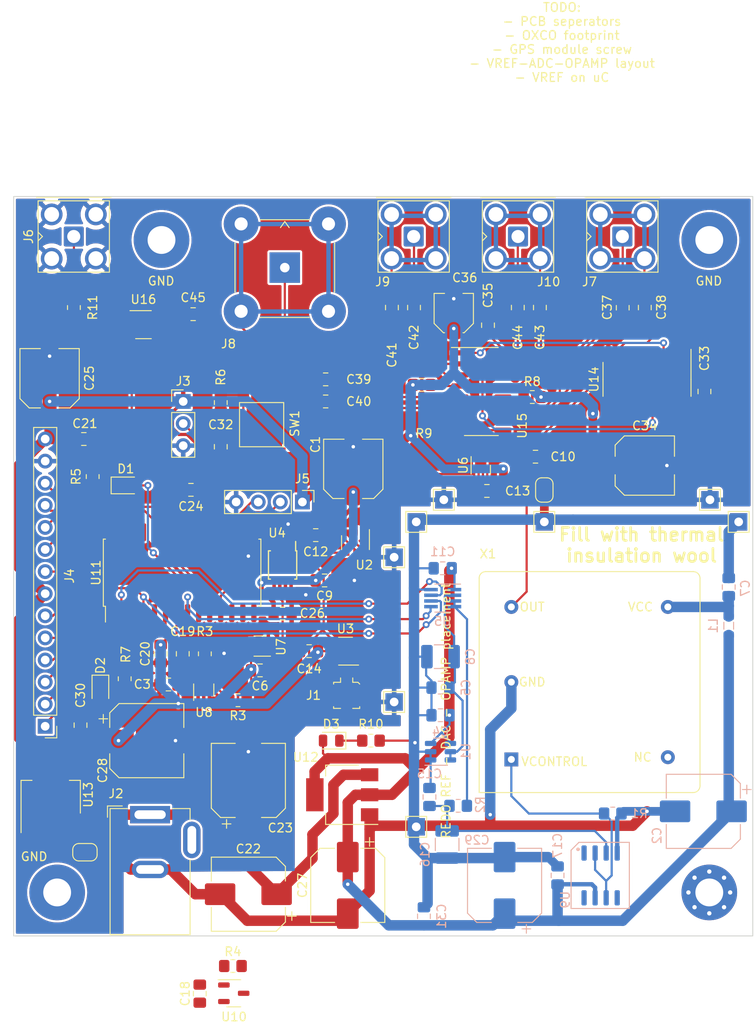
<source format=kicad_pcb>
(kicad_pcb (version 20211014) (generator pcbnew)
  (layers (0 "F.Cu" signal) (31 "B.Cu" signal) (34 "B.Paste" user) (35 "F.Paste" user) (36 "B.SilkS" user "B.Silkscreen") (37 "F.SilkS" user "F.Silkscreen") (38 "B.Mask" user) (39 "F.Mask" user) (44 "Edge.Cuts" user))
  (net 0 "")
  (net 1 "+5VA")
  (net 2 "GNDA")
  (net 3 "Net-(C5-Pad1)")
  (net 4 "Net-(C10-Pad2)")
  (net 5 "Net-(C15-Pad1)")
  (net 6 "GND")
  (net 7 "Net-(C7-Pad2)")
  (net 8 "/~{RESET}")
  (net 9 "+5VD")
  (net 10 "/IPOL")
  (net 11 "Net-(C37-Pad2)")
  (net 12 "Net-(C38-Pad2)")
  (net 13 "Net-(C39-Pad2)")
  (net 14 "Net-(C40-Pad2)")
  (net 15 "Net-(C41-Pad2)")
  (net 16 "/PPS_SIG")
  (net 17 "Net-(C42-Pad1)")
  (net 18 "/OCXO_ADJUST")
  (net 19 "Net-(R3-Pad1)")
  (net 20 "Net-(C42-Pad2)")
  (net 21 "Net-(R6-Pad1)")
  (net 22 "Net-(R8-Pad1)")
  (net 23 "Net-(C43-Pad1)")
  (net 24 "Net-(C43-Pad2)")
  (net 25 "/~{DAC_SS}")
  (net 26 "/DAC_MOSI")
  (net 27 "/MAIN_CLK_1")
  (net 28 "/MAIN_CLK_3")
  (net 29 "/MAIN_CLK_4")
  (net 30 "Net-(J6-Pad1)")
  (net 31 "Net-(R2-Pad1)")
  (net 32 "Net-(R9-Pad1)")
  (net 33 "Net-(R11-Pad2)")
  (net 34 "Net-(U2-Pad3)")
  (net 35 "Net-(U3-Pad3)")
  (net 36 "/~{LCD_SS}")
  (net 37 "/ICP1")
  (net 38 "/GPS_TXD")
  (net 39 "/GPS_RXD")
  (net 40 "/UPDI")
  (net 41 "/~{TOUCH_SS}")
  (net 42 "/DAC_SCK")
  (net 43 "Net-(U4-Pad5)")
  (net 44 "/1Mc_CLK")
  (net 50 "/7VIN")
  (net 51 "Net-(D2-Pad1)")
  (net 52 "/TOUCH_IRQ")
  (net 53 "/PPS_SIG_3V3")
  (net 54 "/uC_CLK")
  (net 55 "/LCD_MISO")
  (net 56 "/LCD_DCRS")
  (net 57 "/LCD_RESET")
  (net 58 "/MAIN_CLK_2")
  (net 59 "/5Mc_CLK")
  (net 60 "/TOUCH_MISO")
  (net 61 "/LCD_SCK")
  (net 62 "/LCD_MOSI")
  (net 63 "Net-(C37-Pad1)")
  (net 64 "Net-(D1-Pad1)")
  (net 65 "/CUSTOM_OUT")
  (net 66 "Net-(C38-Pad1)")
  (net 67 "Net-(C39-Pad1)")
  (net 68 "Net-(C40-Pad1)")
  (net 69 "Net-(C41-Pad1)")
  (net 70 "Net-(D1-Pad2)")
  (net 71 "Net-(D3-Pad1)")
  (net 72 "Net-(U7-Pad4)")
  (net 73 "/VREF_3V3")
  (net 74 "Net-(C44-Pad1)")
  (net 75 "Net-(C44-Pad2)")
  (net 76 "Net-(R3-Pad2)")
  (net 77 "/UNUSED")
  (net 78 "Net-(U14-Pad1)")
  (footprint "Capacitor_SMD:C_Elec_4x5.4" (layer "F.Cu") (at 70.612 33.401 90)
    (fp_text reference "C36")
    (fp_text value "10u")
  )
  (footprint "Capacitor_SMD:CP_Elec_8x10" (layer "F.Cu") (at 46.99 87.122 90)
    (fp_text reference "C23")
    (fp_text value "100u 35V")
  )
  (footprint "Package_SO:TSSOP-8_3x3mm_P0.65mm" (layer "F.Cu") (at 50.927 62.357 -90)
    (fp_text reference "U4")
    (fp_text value "74LVC2G74DP,125")
  )
  (footprint "Resistor_SMD:R_0805_2012Metric_Pad1.20x1.40mm_HandSolder" (layer "F.Cu") (at 61.087 82.55 180)
    (fp_text reference "R10")
    (fp_text value "270R")
  )
  (footprint "Package_TO_SOT_SMD:SOT-23-3" (layer "F.Cu") (at 45.312 111.591)
    (fp_text reference "U10")
    (fp_text value "LM4040AEX3-3.3+T")
  )
  (footprint "TestPoint:TestPoint_THTPad_2.0x2.0mm_Drill1.0mm" (layer "F.Cu") (at 63.754 78.105)
    (fp_text reference "TP4" hide)
    (fp_text value "S")
  )
  (footprint "Package_TO_SOT_SMD:SOT-23-5_HandSoldering" (layer "F.Cu") (at 34.925 34.732)
    (fp_text reference "U16")
    (fp_text value "MCP6486T-E/OT")
  )
  (footprint "TestPoint:TestPoint_THTPad_2.0x2.0mm_Drill1.0mm" (layer "F.Cu") (at 63.754 61.468)
    (fp_text reference "TP8" hide)
    (fp_text value "S")
  )
  (footprint "Package_SO:TSOP-6_1.65x3.05mm_P0.95mm" (layer "F.Cu") (at 59.309 59.788 -90)
    (fp_text reference "U2")
    (fp_text value "74AUC2G04")
  )
  (footprint "Capacitor_SMD:CP_Elec_8x10" (layer "F.Cu") (at 46.99 100.203 180)
    (fp_text reference "C22")
    (fp_text value "100u 35V")
  )
  (footprint "Connector_Coaxial:SMA_Amphenol_901-143_Horizontal" (layer "F.Cu") (at 90 24.6)
    (fp_text reference "J7")
    (fp_text value "Conn_Coaxial")
  )
  (footprint "Resistor_SMD:R_0805_2012Metric_Pad1.20x1.40mm_HandSolder" (layer "F.Cu") (at 45.212 108.458)
    (fp_text reference "R4")
    (fp_text value "270R")
  )
  (footprint "Package_DFN_QFN:DFN-8-1EP_2x2mm_P0.5mm_EP0.9x1.3mm" (layer "F.Cu") (at 73.716 50.898 -90)
    (fp_text reference "U6")
    (fp_text value "NB3N551MN")
  )
  (footprint "Package_TO_SOT_SMD:SOT-223-3_TabPin2" (layer "F.Cu") (at 24.257 89.027 90)
    (fp_text reference "U13")
    (fp_text value "AZ1117H-5.0TRG1")
  )
  (footprint "Capacitor_SMD:C_0805_2012Metric_Pad1.18x1.45mm_HandSolder" (layer "F.Cu") (at 74.549 34.798 90)
    (fp_text reference "C35")
    (fp_text value "100n")
  )
  (footprint "Connector_Coaxial:BNC_TEConnectivity_1478035_Horizontal" (layer "F.Cu") (at 51.181 28.176)
    (fp_text reference "J8")
    (fp_text value "Conn_Coaxial")
  )
  (footprint "Capacitor_SMD:C_0805_2012Metric_Pad1.18x1.45mm_HandSolder" (layer "F.Cu") (at 92.583 32.766 90)
    (fp_text reference "C38")
    (fp_text value "22nF 630V")
  )
  (footprint "Capacitor_SMD:C_0805_2012Metric_Pad1.18x1.45mm_HandSolder" (layer "F.Cu") (at 80.518 32.766 90)
    (fp_text reference "C43")
    (fp_text value "22nF 630V")
  )
  (footprint "custom:OC5SC25" (layer "F.Cu") (at 86.233 75.819)
    (fp_text reference "X1")
    (fp_text value "OC5SC25")
  )
  (footprint "Resistor_SMD:R_0805_2012Metric_Pad1.20x1.40mm_HandSolder" (layer "F.Cu") (at 79.645 43.053)
    (fp_text reference "R8")
    (fp_text value "2k2")
  )
  (footprint "TestPoint:TestPoint_THTPad_2.0x2.0mm_Drill1.0mm" (layer "F.Cu") (at 103.378 57.404)
    (fp_text reference "TP5" hide)
    (fp_text value "S")
  )
  (footprint "Capacitor_SMD:C_Elec_6.3x7.7" (layer "F.Cu") (at 92.583 50.927)
    (fp_text reference "C34")
    (fp_text value "100u 35V")
  )
  (footprint "TestPoint:TestPoint_THTPad_2.0x2.0mm_Drill1.0mm" (layer "F.Cu") (at 81.026 57.404)
    (fp_text reference "TP1" hide)
    (fp_text value "S")
  )
  (footprint "Resistor_SMD:R_0805_2012Metric_Pad1.20x1.40mm_HandSolder" (layer "F.Cu") (at 41.985 72.569 -90)
    (fp_text reference "R3")
    (fp_text value "150")
  )
  (footprint "Capacitor_SMD:C_0805_2012Metric_Pad1.18x1.45mm_HandSolder" (layer "F.Cu") (at 74.422 53.848)
    (fp_text reference "C13")
    (fp_text value "6n8")
  )
  (footprint "Capacitor_SMD:C_Elec_6.3x7.7" (layer "F.Cu") (at 59.055 51.308 90)
    (fp_text reference "C1")
    (fp_text value "100u 35V")
  )
  (footprint "Capacitor_SMD:C_Elec_6.3x7.7" (layer "F.Cu") (at 24.13 40.894 90)
    (fp_text reference "C25")
    (fp_text value "100u 35V")
  )
  (footprint "Connector_BarrelJack:BarrelJack_GCT_DCJ200-10-A_Horizontal" (layer "F.Cu") (at 35.687 91.059)
    (fp_text reference "J2")
    (fp_text value "Barrel_Jack")
  )
  (footprint "LED_SMD:LED_0805_2012Metric" (layer "F.Cu") (at 56.515 82.55 180)
    (fp_text reference "D3")
    (fp_text value "LED")
  )
  (footprint "Package_TO_SOT_SMD:SOT-223-3_TabPin2" (layer "F.Cu") (at 57.785 88.773 180)
    (fp_text reference "U12")
    (fp_text value "AZ1117H-5.0TRG1")
  )
  (footprint "Capacitor_SMD:C_0805_2012Metric_Pad1.18x1.45mm_HandSolder" (layer "F.Cu") (at 36.905 72.569 90)
    (fp_text reference "C20")
    (fp_text value "100n")
  )
  (footprint "Capacitor_SMD:CP_Elec_8x10" (layer "F.Cu") (at 58.42 99.187 -90)
    (fp_text reference "C27")
    (fp_text value "100u 35V")
  )
  (footprint "Capacitor_SMD:C_0805_2012Metric_Pad1.18x1.45mm_HandSolder" (layer "F.Cu") (at 80.01 49.911 180)
    (fp_text reference "C10")
    (fp_text value "10pF")
  )
  (footprint "MountingHole:MountingHole_3.2mm_M3_Pad" (layer "F.Cu") (at 25 100)
    (fp_text reference "H1" hide)
    (fp_text value "MountingHole")
  )
  (footprint "Capacitor_SMD:C_0805_2012Metric_Pad1.18x1.45mm_HandSolder" (layer "F.Cu") (at 48.335 74.474 180)
    (fp_text reference "C6")
    (fp_text value "100n")
  )
  (footprint "Resistor_SMD:R_0805_2012Metric_Pad1.20x1.40mm_HandSolder" (layer "F.Cu") (at 45.795 77.903)
    (fp_text reference "R3")
    (fp_text value "10k")
  )
  (footprint "TestPoint:TestPoint_THTPad_2.0x2.0mm_Drill1.0mm" (layer "F.Cu") (at 100.076 54.864)
    (fp_text reference "TP2" hide)
    (fp_text value "S")
  )
  (footprint "Resistor_SMD:R_0805_2012Metric_Pad1.20x1.40mm_HandSolder" (layer "F.Cu") (at 26.924 32.766 -90)
    (fp_text reference "R11")
    (fp_text value "50R")
  )
  (footprint "Capacitor_SMD:CP_Elec_8x10" (layer "F.Cu") (at 35.306 82.55)
    (fp_text reference "C28")
    (fp_text value "100u 35V")
  )
  (footprint "Capacitor_SMD:C_0805_2012Metric_Pad1.18x1.45mm_HandSolder" (layer "F.Cu") (at 40.64 33.528 180)
    (fp_text reference "C45")
    (fp_text value "100n")
  )
  (footprint "Connector_PinHeader_2.54mm:PinHeader_1x04_P2.54mm_Vertical" (layer "F.Cu") (at 53.203 55.118 -90)
    (fp_text reference "J5")
    (fp_text value "GPS_CONN")
  )
  (footprint "Capacitor_SMD:C_0805_2012Metric_Pad1.18x1.45mm_HandSolder" (layer "F.Cu") (at 63.5 32.766 90)
    (fp_text reference "C41")
    (fp_text value "22nF 630V")
  )
  (footprint "TestPoint:TestPoint_THTPad_2.0x2.0mm_Drill1.0mm" (layer "F.Cu") (at 66.294 57.404)
    (fp_text reference "TP7" hide)
    (fp_text value "S")
  )
  (footprint "Connector_Coaxial:SMA_Amphenol_901-143_Horizontal" (layer "F.Cu") (at 66 24.6)
    (fp_text reference "J9")
    (fp_text value "Conn_Coaxial")
  )
  (footprint "Connector_Coaxial:SMA_Amphenol_901-143_Horizontal" (layer "F.Cu") (at 78 24.6)
    (fp_text reference "J10")
    (fp_text value "Conn_Coaxial")
  )
  (footprint "Capacitor_SMD:C_0805_2012Metric_Pad1.18x1.45mm_HandSolder" (layer "F.Cu") (at 90.043 32.7875 90)
    (fp_text reference "C37")
    (fp_text value "22nF 630V")
  )
  (footprint "Capacitor_SMD:C_0805_2012Metric_Pad1.18x1.45mm_HandSolder" (layer "F.Cu") (at 39.445 72.569 90)
    (fp_text reference "C19")
    (fp_text value "680p")
  )
  (footprint "TestPoint:TestPoint_THTPad_2.0x2.0mm_Drill1.0mm" (layer "F.Cu") (at 69.469 54.864)
    (fp_text reference "TP6" hide)
    (fp_text value "S")
  )
  (footprint "Capacitor_SMD:C_0805_2012Metric_Pad1.18x1.45mm_HandSolder" (layer "F.Cu") (at 43.815 48.768 90)
    (fp_text reference "C32")
    (fp_text value "1u")
  )
  (footprint "MountingHole:MountingHole_3.2mm_M3_Pad" (layer "F.Cu") (at 37 25)
    (fp_text reference "H3" hide)
    (fp_text value "MountingHole")
  )
  (footprint "Connector_PinHeader_2.54mm:PinHeader_1x14_P2.54mm_Vertical" (layer "F.Cu") (at 23.622 80.899 180)
    (fp_text reference "J4")
    (fp_text value "DISP_MODULE")
  )
  (footprint "Capacitor_SMD:C_0805_2012Metric_Pad1.18x1.45mm_HandSolder" (layer "F.Cu") (at 77.978 32.766 90)
    (fp_text reference "C44")
    (fp_text value "22nF 630V")
  )
  (footprint "Capacitor_SMD:C_0805_2012Metric_Pad1.18x1.45mm_HandSolder" (layer "F.Cu") (at 53.975 72.263)
    (fp_text reference "C14")
    (fp_text value "100n")
  )
  (footprint "LED_SMD:LED_0805_2012Metric" (layer "F.Cu") (at 29.972 76.708 -90)
    (fp_text reference "D2")
    (fp_text value "LED")
  )
  (footprint "Resistor_SMD:R_0805_2012Metric_Pad1.20x1.40mm_HandSolder" (layer "F.Cu") (at 32.766 75.438 90)
    (fp_text reference "R7")
    (fp_text value "270R")
  )
  (footprint "Connector_Coaxial:SMA_Amphenol_901-143_Horizontal" (layer "F.Cu") (at 26.908 24.6)
    (fp_text reference "J6")
    (fp_text value "Conn_Coaxial")
  )
  (footprint "Package_TO_SOT_SMD:SOT-353_SC-70-5" (layer "F.Cu") (at 48.335 71.68 180)
    (fp_text reference "U7")
    (fp_text value "74LVC1G125SE-7")
  )
  (footprint "Jumper:SolderJumper-2_P1.3mm_Bridged2Bar_RoundedPad1.0x1.5mm" (layer "F.Cu") (at 28.194 95.377 180)
    (fp_text reference "NT2" hide)
    (fp_text value "NetTie_2")
  )
  (footprint "Capacitor_SMD:C_0805_2012Metric_Pad1.18x1.45mm_HandSolder" (layer "F.Cu") (at 55.88 41.021 180)
    (fp_text reference "C39")
    (fp_text value "22nF 630V")
  )
  (footprint "Capacitor_SMD:C_0805_2012Metric_Pad1.18x1.45mm_HandSolder" (layer "F.Cu") (at 55.753 64.135 180)
    (fp_text reference "C9")
    (fp_text value "100n")
  )
  (footprint "Capacitor_SMD:C_0805_2012Metric_Pad1.18x1.45mm_HandSolder" (layer "F.Cu") (at 41.402 111.633 90)
    (fp_text reference "C18")
    (fp_text value "10n")
  )
  (footprint "Capacitor_SMD:C_0805_2012Metric_Pad1.18x1.45mm_HandSolder" (layer "F.Cu") (at 50.927 67.945 180)
    (fp_text reference "C26")
    (fp_text value "100n")
  )
  (footprint "Package_SO:TSOP-6_1.65x3.05mm_P0.95mm" (layer "F.Cu") (at 58.166 72.263 180)
    (fp_text reference "U3")
    (fp_text value "74AUC2G04")
  )
  (footprint "Capacitor_SMD:C_0805_2012Metric_Pad1.18x1.45mm_HandSolder" (layer "F.Cu") (at 99.441 42.418 90)
    (fp_text reference "C33")
    (fp_text value "100n")
  )
  (footprint "custom:BUTTON_5X5" (layer "F.Cu") (at 48.514 46.228 90)
    (fp_text reference "SW1")
    (fp_text value "RESET_BTN")
  )
  (footprint "Capacitor_SMD:C_0805_2012Metric_Pad1.18x1.45mm_HandSolder" (layer "F.Cu") (at 55.88 43.561 180)
    (fp_text reference "C40")
    (fp_text value "22nF 630V")
  )
  (footprint "Capacitor_SMD:C_0805_2012Metric_Pad1.18x1.45mm_HandSolder" (layer "F.Cu") (at 28.067 47.879)
    (fp_text reference "C21")
    (fp_text value "100n")
  )
  (footprint "MountingHole:MountingHole_3.2mm_M3_Pad_Via" (layer "F.Cu") (at 100 100)
    (fp_text reference "H4" hide)
    (fp_text value "MountingHole")
  )
  (footprint "Jumper:SolderJumper-2_P1.3mm_Bridged2Bar_RoundedPad1.0x1.5mm" (layer "F.Cu") (at 81.026 53.736 90)
    (fp_text reference "NT1" hide)
    (fp_text value "NetTie_2")
  )
  (footprint "Package_TO_SOT_SMD:SOT-353_SC-70-5" (layer "F.Cu") (at 41.858 76.731 90)
    (fp_text reference "U8")
    (fp_text value "74LVC1G125SE-7")
  )
  (footprint "TestPoint:TestPoint_THTPad_2.0x2.0mm_Drill1.0mm" (layer "F.Cu") (at 66.294 92.456)
    (fp_text reference "TP3" hide)
    (fp_text value "S")
  )
  (footprint "Resistor_SMD:R_0805_2012Metric_Pad1.20x1.40mm_HandSolder" (layer "F.Cu") (at 66.929 41.656 180)
    (fp_text reference "R9")
    (fp_text value "2k2")
  )
  (footprint "Resistor_SMD:R_0805_2012Metric_Pad1.20x1.40mm_HandSolder" (layer "F.Cu") (at 43.815 43.688 -90)
    (fp_text reference "R6")
    (fp_text value "330R")
  )
  (footprint "Capacitor_SMD:C_0805_2012Metric_Pad1.18x1.45mm_HandSolder" (layer "F.Cu") (at 54.737 58.928)
    (fp_text reference "C12")
    (fp_text value "100n")
  )
  (footprint "Connector_Coaxial:U.FL_Molex_MCRF_73412-0110_Vertical" (layer "F.Cu") (at 58.293 77.343 180)
    (fp_text reference "J1")
    (fp_text value "Conn_Coaxial")
  )
  (footprint "Capacitor_SMD:C_0805_2012Metric_Pad1.18x1.45mm_HandSolder" (layer "F.Cu") (at 66.04 32.766 90)
    (fp_text reference "C42")
    (fp_text value "22nF 630V")
  )
  (footprint "MountingHole:MountingHole_3.2mm_M3_Pad" (layer "F.Cu") (at 100 25)
    (fp_text reference "H2" hide)
    (fp_text value "MountingHole")
  )
  (footprint "LED_SMD:LED_0805_2012Metric" (layer "F.Cu") (at 32.893 53.213)
    (fp_text reference "D1")
    (fp_text value "LED")
  )
  (footprint "Package_SO:SOIC-28W_7.5x17.9mm_P1.27mm" (layer "F.Cu") (at 39.37 63.246 90)
    (fp_text reference "U11")
    (fp_text value "AVR32DB28x-xSO")
  )
  (footprint "Package_SO:SOIC-16_3.9x9.9mm_P1.27mm" (layer "F.Cu") (at 73.787 42.418)
    (fp_text reference "U15")
    (fp_text value "DS34C87T")
  )
  (footprint "Resistor_SMD:R_0805_2012Metric_Pad1.20x1.40mm_HandSolder" (layer "F.Cu") (at 29.083 52.197 -90)
    (fp_text reference "R5")
    (fp_text value "270R")
  )
  (footprint "Package_SO:SOIC-16_3.9x9.9mm_P1.27mm" (layer "F.Cu") (at 92.837 41.021 -90)
    (fp_text reference "U14")
    (fp_text value "74HC390")
  )
  (footprint "Capacitor_SMD:C_0805_2012Metric_Pad1.18x1.45mm_HandSolder" (layer "F.Cu") (at 37.794 76.096)
    (fp_text reference "C3")
    (fp_text value "100n")
  )
  (footprint "Capacitor_SMD:C_0805_2012Metric_Pad1.18x1.45mm_HandSolder" (layer "F.Cu") (at 40.386 53.721)
    (fp_text reference "C24")
    (fp_text value "100n")
  )
  (footprint "Connector_PinHeader_2.54mm:PinHeader_1x03_P2.54mm_Vertical" (layer "F.Cu") (at 39.497 43.561)
    (fp_text reference "J3")
    (fp_text value "PROG")
  )
  (footprint "Capacitor_SMD:C_0805_2012Metric_Pad1.18x1.45mm_HandSolder" (layer "F.Cu") (at 27.686 80.772 -90)
    (fp_text reference "C30")
    (fp_text value "100n")
  )
  (footprint "Capacitor_SMD:CP_Elec_8x10" (layer "B.Cu") (at 76.454 99.187 90)
    (fp_text reference "C29")
    (fp_text value "100u 35V")
  )
  (footprint "Capacitor_SMD:C_0805_2012Metric_Pad1.18x1.45mm_HandSolder" (layer "B.Cu") (at 82.55 98.044 90)
    (fp_text reference "C17")
    (fp_text value "100n low ESR")
  )
  (footprint "Capacitor_SMD:C_0805_2012Metric_Pad1.18x1.45mm_HandSolder" (layer "B.Cu") (at 69.342 62.738 180)
    (fp_text reference "C11")
    (fp_text value "100n low ESR")
  )
  (footprint "Capacitor_SMD:C_0805_2012Metric_Pad1.18x1.45mm_HandSolder" (layer "B.Cu") (at 69.088 76.454 180)
    (fp_text reference "C5")
    (fp_text value "100n low ESR")
  )
  (footprint "Package_TO_SOT_SMD:SOT-23-8_Handsoldering" (layer "B.Cu") (at 69.342 66.167 180)
    (fp_text reference "U5")
    (fp_text value "AD5680")
  )
  (footprint "Capacitor_SMD:C_1210_3225Metric_Pad1.33x2.70mm_HandSolder" (layer "B.Cu") (at 69.85 94.488 -90)
    (fp_text reference "C16")
    (fp_text value "10u 25V")
  )
  (footprint "Capacitor_SMD:C_0805_2012Metric_Pad1.18x1.45mm_HandSolder" (layer "B.Cu") (at 69.088 79.629 180)
    (fp_text reference "C4")
    (fp_text value "100n low ESR")
  )
  (footprint "Capacitor_SMD:C_0805_2012Metric_Pad1.18x1.45mm_HandSolder" (layer "B.Cu") (at 67.183 102.743 -90)
    (fp_text reference "C31")
    (fp_text value "100n")
  )
  (footprint "Capacitor_SMD:C_0805_2012Metric_Pad1.18x1.45mm_HandSolder" (layer "B.Cu") (at 67.818 89.027 90)
    (fp_text reference "C15")
    (fp_text value "100n low ESR")
  )
  (footprint "Capacitor_SMD:C_1210_3225Metric_Pad1.33x2.70mm_HandSolder" (layer "B.Cu") (at 69.088 72.898 180)
    (fp_text reference "C8")
    (fp_text value "10u 25V")
  )
  (footprint "Inductor_SMD:L_0805_2012Metric" (layer "B.Cu") (at 102.235 69.342 90)
    (fp_text reference "L1")
    (fp_text value "L_Ferrite")
  )
  (footprint "Capacitor_SMD:CP_Elec_8x10" (layer "B.Cu") (at 99.314 90.678 180)
    (fp_text reference "C2")
    (fp_text value "100u 35V")
  )
  (footprint "Package_TO_SOT_SMD:SOT-23-6" (layer "B.Cu") (at 69.088 83.82)
    (fp_text reference "U1")
    (fp_text value "REF3440IDBVR")
  )
  (footprint "Resistor_SMD:R_0805_2012Metric_Pad1.20x1.40mm_HandSolder" (layer "B.Cu") (at 71.12 90.043 180)
    (fp_text reference "R2")
    (fp_text value "22R")
  )
  (footprint "Package_SO_AKL:SO-8_3.9x6.2mm_P1.27mm" (layer "B.Cu") (at 87.503 98.044 -90)
    (fp_text reference "U9")
    (fp_text value "LTC2050IS8" hide)
  )
  (footprint "Capacitor_SMD:C_0805_2012Metric_Pad1.18x1.45mm_HandSolder" (layer "B.Cu") (at 102.235 64.897 -90)
    (fp_text reference "C7")
    (fp_text value "10n")
  )
  (footprint "Resistor_SMD:R_0805_2012Metric_Pad1.20x1.40mm_HandSolder" (layer "B.Cu") (at 88.9 90.932 180)
    (fp_text reference "R1")
    (fp_text value "10k 1%")
  )
  (gr_rect locked (start 20 20) (end 105 105) (layer "Edge.Cuts") (width 0.1) (fill none))
  (gr_text "Fill with thermal\ninsulation wool" (at 92.202 60.071) (layer "F.SilkS") (effects (font (size 1.5 1.5) (thickness 0.3))))
  (gr_text "TODO:\n- PCB seperators\n- OXCO footprint\n- GPS module screw\n- VREF-ADC-OPAMP layout\n- VREF on uC" (at 83.058 2.286) (layer "F.SilkS") (effects (font (size 1 1))))
  (gr_text "GND" (at 36.957 29.718) (layer "F.SilkS") (effects (font (size 1 1))))
  (gr_text "REDO REF - DAC - OPAMP placement" (at 69.723 79.121 90) (layer "F.SilkS") (effects (font (size 1 1))))
  (gr_text "GND" (at 22.352 95.885) (layer "F.SilkS") (effects (font (size 1 1))))
  (gr_text "GND" (at 99.949 29.718) (layer "F.SilkS") (effects (font (size 1 1))))
  (segment (start 70.104 79.629) (end 70.104 62.992) (width 1.2) (layer "F.Cu") (net 1))
  (segment (start 55.5775 84.0255) (end 56.134 84.582) (width 0.25) (layer "F.Cu") (net 1))
  (segment (start 59.309 88.773) (end 58.42 89.662) (width 1.2) (layer "F.Cu") (net 1))
  (segment (start 58.42 95.937) (end 58.42 99.06) (width 1.2) (layer "F.Cu") (net 1))
  (segment (start 54.61 87.759102) (end 54.61 86.106) (width 1.2) (layer "F.Cu") (net 1))
  (segment (start 60.935 88.773) (end 59.309 88.773) (width 1.2) (layer "F.Cu") (net 1))
  (segment (start 70.104 62.992) (end 70.358 62.738) (width 1.2) (layer "F.Cu") (net 1))
  (segment (start 66.3575 85.9155) (end 68.326 83.947) (width 1.2) (layer "F.Cu") (net 1))
  (segment (start 58.42 89.662) (end 58.42 95.937) (width 1.2) (layer "F.Cu") (net 1))
  (segment (start 68.326 83.947) (end 70.104 82.169) (width 1.2) (layer "F.Cu") (net 1))
  (segment (start 65.024 84.582) (end 66.3575 85.9155) (width 1.2) (layer "F.Cu") (net 1))
  (segment (start 63.5 88.773) (end 66.3575 85.9155) (width 1.2) (layer "F.Cu") (net 1))
  (segment (start 60.935 88.773) (end 63.5 88.773) (width 1.2) (layer "F.Cu") (net 1))
  (segment (start 55.5775 82.55) (end 55.5775 84.0255) (width 0.25) (layer "F.Cu") (net 1))
  (segment (start 54.635 88.773) (end 54.635 87.784102) (width 1.2) (layer "F.Cu") (net 1))
  (segment (start 56.134 84.582) (end 65.024 84.582) (width 1.2) (layer "F.Cu") (net 1))
  (segment (start 70.104 82.169) (end 70.104 79.629) (width 1.2) (layer "F.Cu") (net 1))
  (segment (start 54.61 86.106) (end 56.134 84.582) (width 1.2) (layer "F.Cu") (net 1))
  (segment (start 54.635 87.784102) (end 54.61 87.759102) (width 1.2) (layer "F.Cu") (net 1))
  (via (at 70.358 62.738) (size 0.8) (drill 0.4) (layers "F.Cu" "B.Cu") (net 1))
  (via (at 58.42 99.06) (size 0.8) (drill 0.4) (layers "F.Cu" "B.Cu") (net 1))
  (via (at 70.104 79.629) (size 0.8) (drill 0.4) (layers "F.Cu" "B.Cu") (net 1))
  (segment (start 70.1255 80.695) (end 69.18725 81.63325) (width 0.25) (layer "B.Cu") (net 1))
  (segment (start 75.1105 103.7805) (end 76.454 102.437) (width 1.2) (layer "B.Cu") (net 1))
  (segment (start 82.677 103.251) (end 77.268 103.251) (width 1.2) (layer "B.Cu") (net 1))
  (segment (start 82.55 99.0815) (end 82.55 103.124) (width 1.2) (layer "B.Cu") (net 1))
  (segment (start 102.235 90.349) (end 102.564 90.678) (width 1.2) (layer "B.Cu") (net 1))
  (segment (start 82.5715 99.06) (end 82.55 99.0815) (width 0.5) (layer "B.Cu") (net 1))
  (segment (start 86.868 99.441) (end 86.868 100.619) (width 0.5) (layer "B.Cu") (net 1))
  (segment (start 70.3795 62.738) (end 70.692 63.0505) (width 0.25) (layer "B.Cu") (net 1))
  (segment (start 69.18725 81.63325) (end 67.9505 82.87) (width 0.25) (layer "B.Cu") (net 1))
  (segment (start 70.1255 79.629) (end 70.1255 80.695) (width 0.25) (layer "B.Cu") (net 1))
  (segment (start 86.487 99.06) (end 82.5715 99.06) (width 0.5) (layer "B.Cu") (net 1))
  (segment (start 67.183 103.7805) (end 63.1405 103.7805) (width 1.2) (layer "B.Cu") (net 1))
  (segment (start 102.564 90.678) (end 102.564 90.73) (width 1.2) (layer "B.Cu") (net 1))
  (segment (start 63.1405 103.7805) (end 58.42 99.06) (width 1.2) (layer "B.Cu") (net 1))
  (segment (start 90.043 103.251) (end 82.677 103.251) (width 1.2) (layer "B.Cu") (net 1))
  (segment (start 102.235 70.4045) (end 102.235 90.349) (width 1.2) (layer "B.Cu") (net 1))
  (segment (start 70.2255 82.87) (end 70.2255 82.6715) (width 0.25) (layer "B.Cu") (net 1))
  (segment (start 102.564 90.73) (end 90.043 103.251) (width 1.2) (layer "B.Cu") (net 1))
  (segment (start 67.183 103.7805) (end 75.1105 103.7805) (width 1.2) (layer "B.Cu") (net 1))
  (segment (start 70.692 63.0505) (end 70.692 65.187) (width 0.25) (layer "B.Cu") (net 1))
  (segment (start 86.868 99.441) (end 86.487 99.06) (width 0.5) (layer "B.Cu") (net 1))
  (segment (start 77.268 103.251) (end 76.454 102.437) (width 1.2) (layer "B.Cu") (net 1))
  (segment (start 70.2255 82.6715) (end 69.18725 81.63325) (width 0.25) (layer "B.Cu") (net 1))
  (segment (start 82.55 103.124) (end 82.677 103.251) (width 1.2) (layer "B.Cu") (net 1))
  (segment (start 31.48 95.377) (end 29.194 95.377) (width 1.2) (layer "F.Cu") (net 2))
  (segment (start 60.935 91.073) (end 60.935 92.735) (width 1.2) (layer "F.Cu") (net 2))
  (segment (start 62.087 82.55) (end 65.913 82.55) (width 0.25) (layer "F.Cu") (net 2))
  (segment (start 60.935 92.735) (end 60.935 99.797) (width 1.2) (layer "F.Cu") (net 2))
  (segment (start 33.462 97.359) (end 31.48 95.377) (width 1.2) (layer "F.Cu") (net 2))
  (segment (start 43.815 100.203) (end 46.863 103.251) (width 1.2) (layer "F.Cu") (net 2))
  (segment (start 58.42 102.312) (end 60.935 99.797) (width 1.2) (layer "F.Cu") (net 2))
  (segment (start 43.74 100.203) (end 43.815 100.203) (width 1.2) (layer "F.Cu") (net 2))
  (segment (start 35.687 97.359) (end 38.05 97.359) (width 1.2) (layer "F.Cu") (net 2))
  (segment (start 35.687 97.359) (end 33.462 97.359) (width 1.2) (layer "F.Cu") (net 2))
  (segment (start 57.606 103.251) (end 58.42 102.437) (width 1.2) (layer "F.Cu") (net 2))
  (segment (start 38.05 97.359) (end 40.894 100.203) (width 1.2) (layer "F.Cu") (net 2))
  (segment (start 61.341 92.329) (end 60.935 92.735) (width 1.2) (layer "F.Cu") (net 2))
  (segment (start 46.863 103.251) (end 57.606 103.251) (width 1.2) (layer "F.Cu") (net 2))
  (segment (start 58.42 102.437) (end 58.42 102.312) (width 1.2) (layer "F.Cu") (net 2))
  (segment (start 74.803 91.059) (end 74.803 92.329) (width 1.2) (layer "F.Cu") (net 2))
  (segment (start 91.186 92.329) (end 92.837 90.678) (width 1.2) (layer "F.Cu") (net 2))
  (segment (start 74.803 92.329) (end 91.186 92.329) (width 1.2) (layer "F.Cu") (net 2))
  (segment (start 65.913 82.55) (end 66.151 82.788) (width 0.25) (layer "F.Cu") (net 2))
  (segment (start 40.894 100.203) (end 43.74 100.203) (width 1.2) (layer "F.Cu") (net 2))
  (segment (start 81.026 54.386) (end 81.026 57.404) (width 1) (layer "F.Cu") (net 2))
  (segment (start 74.803 92.329) (end 61.341 92.329) (width 1.2) (layer "F.Cu") (net 2))
  (via (at 74.803 91.059) (size 0.8) (drill 0.4) (layers "F.Cu" "B.Cu") (net 2))
  (via (at 66.151 82.788) (size 0.8) (drill 0.4) (layers "F.Cu" "B.Cu") (net 2))
  (via (at 92.837 90.678) (size 0.8) (drill 0.4) (layers "F.Cu" "B.Cu") (net 2))
  (segment (start 77.233 75.819) (end 77.233 78.85) (width 1.2) (layer "B.Cu") (net 2))
  (segment (start 66.04 73.025) (end 66.04 76.835) (width 1.2) (layer "B.Cu") (net 2))
  (segment (start 89.408 95.469) (end 89.408 91.424) (width 0.5) (layer "B.Cu") (net 2))
  (segment (start 66.04 62.865) (end 66.04 65.024) (width 1.2) (layer "B.Cu") (net 2))
  (segment (start 69.85 96.0505) (end 76.3405 96.0505) (width 1.2) (layer "B.Cu") (net 2))
  (segment (start 66.167 72.898) (end 66.04 73.025) (width 0.25) (layer "B.Cu") (net 2))
  (segment (start 76.454 95.937) (end 81.4805 95.937) (width 1.2) (layer "B.Cu") (net 2))
  (segment (start 84.328 57.15) (end 66.04 57.15) (width 1.2) (layer "B.Cu") (net 2))
  (segment (start 67.437 75.057) (end 67.437 72.9865) (width 0.25) (layer "B.Cu") (net 2))
  (segment (start 66.167 79.629) (end 66.04 79.756) (width 0.25) (layer "B.Cu") (net 2))
  (segment (start 66.04 69.723) (end 66.04 73.025) (width 1.2) (layer "B.Cu") (net 2))
  (segment (start 67.6025 96.0505) (end 69.85 96.0505) (width 1.2) (layer "B.Cu") (net 2))
  (segment (start 102.235 63.8595) (end 102.235 58.547) (width 1.2) (layer "B.Cu") (net 2))
  (segment (start 76.3405 96.0505) (end 76.454 95.937) (width 1) (layer "B.Cu") (net 2))
  (segment (start 89.408 91.424) (end 89.9 90.932) (width 0.5) (layer "B.Cu") (net 2))
  (segment (start 68.0505 75.6705) (end 67.437 75.057) (width 0.25) (layer "B.Cu") (net 2))
  (segment (start 66.203 65.187) (end 66.04 65.024) (width 0.25) (layer "B.Cu") (net 2))
  (segment (start 67.5255 72.898) (end 66.167 72.898) (width 0.25) (layer "B.Cu") (net 2))
  (segment (start 66.04 84.074) (end 66.04 92.329) (width 1.2) (layer "B.Cu") (net 2))
  (segment (start 66.04 57.15) (end 66.04 62.865) (width 1.2) (layer "B.Cu") (net 2))
  (segment (start 66.04 65.024) (end 66.04 69.723) (width 1.2) (layer "B.Cu") (net 2))
  (segment (start 68.0505 79.629) (end 68.0505 76.454) (width 0.25) (layer "B.Cu") (net 2))
  (segment (start 66.294 83.82) (end 66.04 84.074) (width 0.25) (layer "B.Cu") (net 2))
  (segment (start 67.6025 96.0505) (end 67.6025 101.286) (width 1.2) (layer "B.Cu") (net 2))
  (segment (start 67.437 72.9865) (end 67.5255 72.898) (width 0.25) (layer "B.Cu") (net 2))
  (segment (start 68.0505 79.629) (end 66.167 79.629) (width 0.25) (layer "B.Cu") (net 2))
  (segment (start 66.167 62.738) (end 66.04 62.865) (width 0.25) (layer "B.Cu") (net 2))
  (segment (start 81.4805 95.937) (end 82.55 97.0065) (width 1) (layer "B.Cu") (net 2))
  (segment (start 67.9505 83.82) (end 67.9505 84.77) (width 0.25) (layer "B.Cu") (net 2))
  (segment (start 66.04 79.756) (end 66.04 84.074) (width 1.2) (layer "B.Cu") (net 2))
  (segment (start 67.992 65.187) (end 66.203 65.187) (width 0.25) (layer "B.Cu") (net 2))
  (segment (start 68.0505 76.454) (end 68.0505 75.6705) (width 0.25) (layer "B.Cu") (net 2))
  (segment (start 90.154 90.678) (end 89.9 90.932) (width 1) (layer "B.Cu") (net 2))
  (segment (start 74.803 81.28) (end 74.803 91.059) (width 1.2) (layer "B.Cu") (net 2))
  (segment (start 67.9505 87.857) (end 67.818 87.9895) (width 0.25) (layer "B.Cu") (net 2))
  (segment (start 77.233 78.85) (end 74.803 81.28) (width 1.2) (layer "B.Cu") (net 2))
  (segment (start 66.04 76.835) (end 66.04 79.756) (width 1.2) (layer "B.Cu") (net 2))
  (segment (start 84.328 57.15) (end 103.632 57.15) (width 1.2) (layer "B.Cu") (net 2))
  (segment (start 67.9505 84.77) (end 67.9505 87.857) (width 0.25) (layer "B.Cu") (net 2))
  (segment (start 67.9505 83.82) (end 66.294 83.82) (width 0.25) (layer "B.Cu") (net 2))
  (segment (start 68.0505 76.454) (end 66.421 76.454) (width 0.25) (layer "B.Cu") (net 2))
  (segment (start 67.6025 101.286) (end 67.183 101.7055) (width 1) (layer "B.Cu") (net 2))
  (segment (start 102.235 58.547) (end 103.632 57.15) (width 1.2) (layer "B.Cu") (net 2))
  (segment (start 66.04 94.488) (end 67.6025 96.0505) (width 1.2) (layer "B.Cu") (net 2))
  (segment (start 66.04 92.329) (end 66.04 94.488) (width 1.2) (layer "B.Cu") (net 2))
  (segment (start 96.064 90.678) (end 90.154 90.678) (width 1) (layer "B.Cu") (net 2))
  (segment (start 66.421 76.454) (end 66.04 76.835) (width 0.25) (layer "B.Cu") (net 2))
  (segment (start 68.3045 62.738) (end 66.167 62.738) (width 0.25) (layer "B.Cu") (net 2))
  (segment (start 69.587 65.972) (end 69.722 65.837) (width 0.25) (layer "B.Cu") (net 3))
  (segment (start 71.628 77.9565) (end 71.628 83.185) (width 0.25) (layer "B.Cu") (net 3))
  (segment (start 69.587 69.46) (end 69.587 65.972) (width 0.25) (layer "B.Cu") (net 3))
  (segment (start 70.6505 70.5235) (end 69.587 69.46) (width 0.25) (layer "B.Cu") (net 3))
  (segment (start 70.2255 83.82) (end 70.2255 84.77) (width 0.25) (layer "B.Cu") (net 3))
  (segment (start 70.739 75.8405) (end 70.739 72.9865) (width 0.25) (layer "B.Cu") (net 3))
  (segment (start 69.722 65.837) (end 70.692 65.837) (width 0.25) (layer "B.Cu") (net 3))
  (segment (start 70.993 83.82) (end 70.2255 83.82) (width 0.25) (layer "B.Cu") (net 3))
  (segment (start 70.739 72.9865) (end 70.6505 72.898) (width 0.25) (layer "B.Cu") (net 3))
  (segment (start 70.6505 72.898) (end 70.6505 70.5235) (width 0.25) (layer "B.Cu") (net 3))
  (segment (start 70.1255 76.454) (end 70.739 75.8405) (width 0.25) (layer "B.Cu") (net 3))
  (segment (start 71.628 83.185) (end 70.993 83.82) (width 0.25) (layer "B.Cu") (net 3))
  (segment (start 70.1255 76.454) (end 71.628 77.9565) (width 0.25) (layer "B.Cu") (net 3))
  (segment (start 78.994 65.422) (end 78.994 49.9325) (width 0.25) (layer "F.Cu") (net 4))
  (segment (start 78.994 49.9325) (end 78.9725 49.911) (width 0.25) (layer "F.Cu") (net 4))
  (segment (start 77.233 67.183) (end 78.994 65.422) (width 0.25) (layer "F.Cu") (net 4))
  (segment (start 78.9595 49.898) (end 78.9725 49.911) (width 0.25) (layer "F.Cu") (net 4))
  (segment (start 74.466 49.898) (end 78.9595 49.898) (width 0.25) (layer "F.Cu") (net 4))
  (segment (start 69.85 90.313) (end 70.12 90.043) (width 0.25) (layer "B.Cu") (net 5))
  (segment (start 67.818 90.0645) (end 70.0985 90.0645) (width 0.25) (layer "B.Cu") (net 5))
  (segment (start 88.138 95.469) (end 88.138 94.234) (width 0.25) (layer "B.Cu") (net 5))
  (segment (start 69.85 92.9255) (end 69.85 90.313) (width 0.25) (layer "B.Cu") (net 5))
  (segment (start 70.0985 90.0645) (end 70.12 90.043) (width 0.25) (layer "B.Cu") (net 5))
  (segment (start 88.138 94.234) (end 86.8295 92.9255) (width 0.25) (layer "B.Cu") (net 5))
  (segment (start 86.8295 92.9255) (end 69.85 92.9255) (width 0.25) (layer "B.Cu") (net 5))
  (segment (start 73.466 53.7665) (end 73.3845 53.848) (width 0.25) (layer "F.Cu") (net 6))
  (segment (start 23.114 95.377) (end 21.957 94.22) (width 1) (layer "F.Cu") (net 6))
  (segment (start 73.466 51.898) (end 73.466 53.7665) (width 0.25) (layer "F.Cu") (net 6))
  (segment (start 21.957 94.22) (end 21.957 92.177) (width 1) (layer "F.Cu") (net 6))
  (segment (start 23.114 95.377) (end 27.194 95.377) (width 1) (layer "F.Cu") (net 6))
  (via (at 59.182 64.135) (size 0.8) (drill 0.4) (layers "F.Cu" "B.Cu") (net 6))
  (via (at 51.562 57.658) (size 0.8) (drill 0.4) (layers "F.Cu" "B.Cu") (net 6))
  (via (at 95.123 50.927) (size 0.8) (drill 0.4) (layers "F.Cu" "B.Cu") (net 6))
  (via (at 70.612 31.75) (size 0.8) (drill 0.4) (layers "F.Cu" "B.Cu") (net 6))
  (via (at 44.196 72.517) (size 0.8) (drill 0.4) (layers "F.Cu" "B.Cu") (net 6))
  (via (at 24.13 38.354) (size 0.8) (drill 0.4) (layers "F.Cu" "B.Cu") (net 6))
  (via (at 46.99 83.82) (size 0.8) (drill 0.4) (layers "F.Cu" "B.Cu") (net 6))
  (via (at 53.594 65.786) (size 0.8) (drill 0.4) (layers "F.Cu" "B.Cu") (net 6))
  (via (at 59.055 48.768) (size 0.8) (drill 0.4) (layers "F.Cu" "B.Cu") (net 6))
  (via (at 46.99 61.341) (size 0.8) (drill 0.4) (layers "F.Cu" "B.Cu") (net 6))
  (via (at 38.608 82.55) (size 0.8) (drill 0.4) (layers "F.Cu" "B.Cu") (net 6))
  (segment (start 102.108 67.183) (end 95.233 67.183) (width 1.2) (layer "B.Cu") (net 7))
  (segment (start 102.235 67.056) (end 102.108 67.183) (width 1.2) (layer "B.Cu") (net 7))
  (segment (start 102.235 68.2795) (end 102.235 67.056) (width 1.2) (layer "B.Cu") (net 7))
  (segment (start 102.235 67.056) (end 102.235 65.9345) (width 1.2) (layer "B.Cu") (net 7))
  (segment (start 43.815 49.8055) (end 43.815 58.596) (width 0.25) (layer "F.Cu") (net 8))
  (segment (start 43.815 49.8055) (end 44.865 48.7555) (width 0.25) (layer "F.Cu") (net 8))
  (segment (start 44.865 45.738) (end 43.815 44.688) (width 0.25) (layer "F.Cu") (net 8))
  (segment (start 44.865 48.7555) (end 44.865 45.738) (width 0.25) (layer "F.Cu") (net 8))
  (segment (start 29.6965 81.8095) (end 31.3155 81.8095) (width 1.2) (layer "F.Cu") (net 9))
  (segment (start 38.262 44.796) (end 38.262 46.612554) (width 0.37) (layer "F.Cu") (net 9))
  (segment (start 20.6 82.22) (end 24.257 85.877) (width 1.2) (layer "F.Cu") (net 9))
  (segment (start 47.319 74.4955) (end 47.2975 74.474) (width 0.25) (layer "F.Cu") (net 9))
  (segment (start 92.4585 48.514) (end 95.25 48.514) (width 0.5) (layer "F.Cu") (net 9))
  (segment (start 20.6 50.901) (end 23.622 47.879) (width 1.2) (layer "F.Cu") (net 9))
  (segment (start 41.275 58.596) (end 41.275 53.8695) (width 0.25) (layer "F.Cu") (net 9))
  (segment (start 23.622 65.659) (end 20.6 62.637) (width 1.2) (layer "F.Cu") (net 9))
  (segment (start 71.3715 35.8355) (end 70.612 35.076) (width 0.25) (layer "F.Cu") (net 9))
  (segment (start 38.262 46.612554) (end 39.00007 47.350624) (width 0.37) (layer "F.Cu") (net 9))
  (segment (start 48.514 65.278) (end 49.8895 66.6535) (width 0.5) (layer "F.Cu") (net 9))
  (segment (start 39.1465 75.781) (end 41.208 75.781) (width 0.25) (layer "F.Cu") (net 9))
  (segment (start 24.257 92.177) (end 24.257 85.877) (width 1.2) (layer "F.Cu") (net 9))
  (segment (start 24.257 85.877) (end 24.257 85.2385) (width 1.2) (layer "F.Cu") (net 9))
  (segment (start 39.497 43.561) (end 39.497 33.6335) (width 0.5) (layer "F.Cu") (net 9))
  (segment (start 59.055 55.6475) (end 55.7745 58.928) (width 0.5) (layer "F.Cu") (net 9))
  (segment (start 50.602 64.507) (end 50.602 65.586604) (width 0.25) (layer "F.Cu") (net 9))
  (segment (start 57.594 58.928) (end 55.7745 58.928) (width 0.25) (layer "F.Cu") (net 9))
  (segment (start 47.319 77.268) (end 47.319 74.4955) (width 0.25) (layer "F.Cu") (net 9))
  (segment (start 90.0455 50.927) (end 92.4585 48.514) (width 0.5) (layer "F.Cu") (net 9))
  (segment (start 50.800698 65.785302) (end 51.252 65.334) (width 0.25) (layer "F.Cu") (net 9))
  (segment (start 76.262 37.5485) (end 76.262 37.973) (width 0.25) (layer "F.Cu") (net 9))
  (segment (start 41.4235 48.820946) (end 41.4235 53.721) (width 0.37) (layer "F.Cu") (net 9))
  (segment (start 74.549 35.8355) (end 76.262 37.5485) (width 0.25) (layer "F.Cu") (net 9))
  (segment (start 27.686 81.8095) (end 29.6965 81.8095) (width 1.2) (layer "F.Cu") (net 9))
  (segment (start 38.937 78.3) (end 38.937 76.2015) (width 0.25) (layer "F.Cu") (net 9))
  (segment (start 37.465 70.9715) (end 36.905 71.5315) (width 0.25) (layer "F.Cu") (net 9))
  (segment (start 39.953178 47.350624) (end 41.4235 48.820946) (width 0.37) (layer "F.Cu") (net 9))
  (segment (start 55.0125 72.263) (end 57.006 72.263) (width 0.25) (layer "F.Cu") (net 9))
  (segment (start 97.3225 43.4555) (end 97.282 43.496) (width 0.25) (layer "F.Cu") (net 9))
  (segment (start 36.275 33.848) (end 39.2825 33.848) (width 0.5) (layer "F.Cu") (net 9))
  (segment (start 24.13 47.371) (end 23.622 47.879) (width 1.2) (layer "F.Cu") (net 9))
  (segment (start 86.614 49.149) (end 88.392 50.927) (width 1) (layer "F.Cu") (net 9))
  (segment (start 39.00007 47.350624) (end 39.953178 47.350624) (width 0.37) (layer "F.Cu") (net 9))
  (segment (start 27.0295 47.879) (end 23.622 47.879) (width 1.2) (layer "F.Cu") (net 9))
  (segment (start 50.602 65.586604) (end 50.800698 65.785302) (width 0.25) (layer "F.Cu") (net 9))
  (segment (start 65.4025 47.498) (end 59.055 53.8455) (width 1) (layer "F.Cu") (net 9))
  (segment (start 39.2825 33.848) (end 39.6025 33.528) (width 0.5) (layer "F.Cu") (net 9))
  (segment (start 76.327 52.9805) (end 76.327 51.308) (width 1) (layer "F.Cu") (net 9))
  (segment (start 54.346 53.975) (end 53.203 55.118) (width 1.2) (layer "F.Cu") (net 9))
  (segment (start 73.966 51.898) (end 73.966 52.376) (width 0.25) (layer "F.Cu") (net 9))
  (segment (start 31.3155 81.8095) (end 32.056 82.55) (width 1.2) (layer "F.Cu") (net 9))
  (segment (start 39.497 33.6335) (end 39.6025 33.528) (width 0.25) (layer "F.Cu") (net 9))
  (segment (start 86.614 44.958) (end 86.614 49.149) (width 1) (layer "F.Cu") (net 9))
  (segment (start 75.4595 53.848) (end 76.327 52.9805) (width 1) (layer "F.Cu") (net 9))
  (segment (start 97.282 46.482) (end 97.282 43.496) (width 0.5) (layer "F.Cu") (net 9))
  (segment (start 37.465 67.896) (end 37.465 70.9715) (width 0.25) (layer "F.Cu") (net 9))
  (segment (start 75.438 53.848) (end 75.4595 53.848) (width 0.25) (layer "F.Cu") (net 9))
  (segment (start 51.902 64.507) (end 54.365 64.507) (width 0.25) (layer "F.Cu") (net 9))
  (segment (start 59.055 53.975) (end 59.055 55.6475) (width 0.5) (layer "F.Cu") (net 9))
  (segment (start 24.257 85.2385) (end 27.686 81.8095) (width 1.2) (layer "F.Cu") (net 9))
  (segment (start 20.6 82.22) (end 20.6 68.681) (width 1.2) (layer "F.Cu") (net 9))
  (segment (start 95.25 48.514) (end 97.282 46.482) (width 0.5) (layer "F.Cu") (net 9))
  (segment (start 54.365 64.507) (end 54.737 64.135) (width 0.25) (layer "F.Cu") (net 9))
  (segment (start 48.514 64.389) (end 48.514 65.278) (width 0.5) (layer "F.Cu") (net 9))
  (segment (start 47.625 67.896) (end 49.8405 67.896) (width 0.25) (layer "F.Cu") (net 9))
  (segment (start 23.622 65.659) (end 20.6 68.681) (width 1.2) (layer "F.Cu") (net 9))
  (segment (start 47.2975 74.474) (end 47.2975 72.4175) (width 0.25) (layer "F.Cu") (net 9))
  (segment (start 29.972 81.534) (end 29.6965 81.8095) (width 0.25) (layer "F.Cu") (net 9))
  (segment (start 73.966 52.376) (end 75.438 53.848) (width 0.25) (layer "F.Cu") (net 9))
  (segment (start 51.902 65.446) (end 51.902 64.507) (width 0.25) (layer "F.Cu") (net 9))
  (segment (start 51.252 65.476) (end 51.562 65.786) (width 0.25) (layer "F.Cu") (net 9))
  (segment (start 49.8895 66.6535) (end 49.8895 67.945) (width 0.5) (layer "F.Cu") (net 9))
  (segment (start 24.13 43.4315) (end 24.13 47.371) (width 1.2) (layer "F.Cu") (net 9))
  (segment (start 38.8315 76.096) (end 39.1465 75.781) (width 0.25) (layer "F.Cu") (net 9))
  (segment (start 59.309 60.948) (end 59.309 60.643) (width 0.25) (layer "F.Cu") (net 9))
  (segment (start 51.562 65.786) (end 51.902 65.446) (width 0.25) (layer "F.Cu") (net 9))
  (segment (start 46.795 77.903) (end 46.795 77.792) (width 0.25) (layer "F.Cu") (net 9))
  (segment (start 49.8405 67.896) (end 49.8895 67.945) (width 0.25) (layer "F.Cu") (net 9))
  (segment (start 29.972 77.6455) (end 29.972 81.534) (width 0.25) (layer "F.Cu") (net 9))
  (segment (start 39.497 43.561) (end 38.262 44.796) (width 0.37) (layer "F.Cu") (net 9))
  (segment (start 47.2975 72.4175) (end 47.385 72.33) (width 0.25) (layer "F.Cu") (net 9))
  (segment (start 74.549 35.8355) (end 71.3715 35.8355) (width 0.25) (layer "F.Cu") (net 9))
  (segment (start 51.252 65.334) (end 51.252 64.507) (width 0.25) (layer "F.Cu") (net 9))
  (segment (start 38.937 76.2015) (end 38.8315 76.096) (width 0.25) (layer "F.Cu") (net 9))
  (segment (start 20.6 62.637) (end 20.6 50.901) (width 1.2) (layer "F.Cu") (net 9))
  (segment (start 59.309 60.643) (end 57.594 58.928) (width 0.25) (layer "F.Cu") (net 9))
  (segment (start 59.055 53.975) (end 54.346 53.975) (width 1.2) (layer "F.Cu") (net 9))
  (segment (start 88.392 50.927) (end 90.0455 50.927) (width 1) (layer "F.Cu") (net 9))
  (segment (start 65.659 47.498) (end 65.4025 47.498) (width 1) (layer "F.Cu") (net 9))
  (segment (start 46.795 77.792) (end 47.319 77.268) (width 0.25) (layer "F.Cu") (net 9))
  (segment (start 51.252 64.507) (end 51.252 65.476) (width 0.25) (layer "F.Cu") (net 9))
  (segment (start 41.275 53.8695) (end 41.4235 53.721) (width 0.25) (layer "F.Cu") (net 9))
  (segment (start 99.441 43.4555) (end 97.3225 43.4555) (width 0.25) (layer "F.Cu") (net 9))
  (via (at 70.612 35.179) (size 0.8) (drill 0.4) (layers "F.Cu" "B.Cu") (net 9))
  (via (at 47.319 74.347) (size 0.8) (drill 0.4) (layers "F.Cu" "B.Cu") (net 9))
  (via (at 59.055 53.975) (size 0.8) (drill 0.4) (layers "F.Cu" "B.Cu") (net 9))
  (via (at 36.905 71.5315) (size 0.8) (drill 0.4) (layers "F.Cu" "B.Cu") (net 9))
  (via (at 80.645 43.053) (size 0.8) (drill 0.4) (layers "F.Cu" "B.Cu") (net 9))
  (via (at 65.913 41.656) (size 0.8) (drill 0.4) (layers "F.Cu" "B.Cu") (net 9))
  (via (at 48.514 64.389) (size 0.8) (drill 0.4) (layers "F.Cu" "B.Cu") (net 9))
  (via (at 32.056 82.55) (size 0.8) (drill 0.4) (layers "F.Cu" "B.Cu") (net 9))
  (via (at 76.327 51.308) (size 0.8) (drill 0.4) (layers "F.Cu" "B.Cu") (net 9))
  (via (at 24.13 43.561) (size 0.8) (drill 0.4) (layers "F.Cu" "B.Cu") (net 9))
  (via (at 38.937 78.284) (size 0.8) (drill 0.4) (layers "F.Cu" "B.Cu") (net 9))
  (via (at 86.614 44.958) (size 0.8) (drill 0.4) (layers "F.Cu" "B.Cu") (net 9))
  (via (at 54.991 72.39) (size 0.8) (drill 0.4) (layers "F.Cu" "B.Cu") (net 9))
  (via (at 65.659 47.498) (size 0.8) (drill 0.4) (layers "F.Cu" "B.Cu") (net 9))
  (via (at 54.737 64.135) (size 0.8) (drill 0.4) (layers "F.Cu" "B.Cu") (net 9))
  (segment (start 38.937 78.284) (end 43.382 78.284) (width 1.2) (layer "B.Cu") (net 9))
  (segment (start 69.215 41.656) (end 70.612 40.259) (width 1.2) (layer "B.Cu") (net 9))
  (segment (start 36.905 76.252) (end 38.937 78.284) (width 1.2) (layer "B.Cu") (net 9))
  (segment (start 39.497 43.561) (end 46.863 43.561) (width 1.2) (layer "B.Cu") (net 9))
  (segment (start 65.659 41.91) (end 65.913 41.656) (width 1.2) (layer "B.Cu") (net 9))
  (segment (start 36.905 71.5315) (end 36.905 76.252) (width 1.2) (layer "B.Cu") (net 9))
  (segment (start 54.737 64.135) (end 59.055 59.817) (width 1) (layer "B.Cu") (net 9))
  (segment (start 65.659 47.498) (end 65.659 41.91) (width 1.2) (layer "B.Cu") (net 9))
  (segment (start 79.629 42.037) (end 72.39 42.037) (width 1.2) (layer "B.Cu") (net 9))
  (segment (start 65.913 41.656) (end 69.215 41.656) (width 1.2) (layer "B.Cu") (net 9))
  (segment (start 80.645 43.053) (end 79.629 42.037) (width 1.2) (layer "B.Cu") (net 9))
  (segment (start 76.327 51.308) (end 69.469 51.308) (width 1) (layer "B.Cu") (net 9))
  (segment (start 85.598 43.053) (end 86.614 44.069) (width 1.2) (layer "B.Cu") (net 9))
  (segment (start 86.614 44.069) (end 86.614 44.958) (width 1.2) (layer "B.Cu") (net 9))
  (segment (start 39.497 43.561) (end 24.13 43.561) (width 1.2) (layer "B.Cu") (net 9))
  (segment (start 72.39 42.037) (end 70.612 40.259) (width 1.2) (layer "B.Cu") (net 9))
  (segment (start 38.937 78.284) (end 36.322 78.284) (width 1.2) (layer "B.Cu") (net 9))
  (segment (start 49.097 78.284) (end 54.991 72.39) (width 1.2) (layer "B.Cu") (net 9))
  (segment (start 43.382 78.284) (end 49.097 78.284) (width 1.2) (layer "B.Cu") (net 9))
  (segment (start 48.768 64.135) (end 54.737 64.135) (width 1) (layer "B.Cu") (net 9))
  (segment (start 59.055 59.817) (end 59.055 53.975) (width 1) (layer "B.Cu") (net 9))
  (segment (start 70.612 40.259) (end 70.612 35.179) (width 1) (layer "B.Cu") (net 9))
  (segment (start 69.469 51.308) (end 65.659 47.498) (width 1) (layer "B.Cu") (net 9))
  (segment (start 48.514 64.389) (end 48.768 64.135) (width 1) (layer "B.Cu") (net 9))
  (segment (start 36.322 78.284) (end 32.056 82.55) (width 1.2) (layer "B.Cu") (net 9))
  (segment (start 53.203 49.921) (end 53.203 55.118) (width 1.2) (layer "B.Cu") (net 9))
  (segment (start 46.863 43.561) (end 53.213 49.911) (width 1.2) (layer "B.Cu") (net 9))
  (segment (start 80.645 43.053) (end 85.598 43.053) (width 1.2) (layer "B.Cu") (net 9))
  (segment (start 53.213 49.911) (end 53.203 49.921) (width 1.2) (layer "B.Cu") (net 9))
  (segment (start 43.382 78.284) (end 47.319 74.347) (width 1.2) (layer "B.Cu") (net 9))
  (segment (start 39.4825 71.569) (end 39.445 71.5315) (width 0.25) (layer "F.Cu") (net 10))
  (segment (start 38.735 67.896) (end 38.735 70.8215) (width 0.25) (layer "F.Cu") (net 10))
  (segment (start 38.735 70.8215) (end 39.445 71.5315) (width 0.25) (layer "F.Cu") (net 10))
  (segment (start 41.985 71.569) (end 39.4825 71.569) (width 0.25) (layer "F.Cu") (net 10))
  (segment (start 90.043 31.75) (end 90.043 24.808) (width 0.25) (layer "F.Cu") (net 11))
  (segment (start 90.043 24.808) (end 90 24.765) (width 0.25) (layer "F.Cu") (net 11))
  (segment (start 92.54 31.6855) (end 92.54 27.305) (width 0.25) (layer "F.Cu") (net 12))
  (segment (start 92.583 31.7285) (end 92.54 31.6855) (width 0.25) (layer "F.Cu") (net 12))
  (segment (start 87.46 22.225) (end 92.54 22.225) (width 0.5) (layer "B.Cu") (net 12))
  (segment (start 87.46 27.305) (end 92.54 27.305) (width 0.5) (layer "B.Cu") (net 12))
  (segment (start 92.54 22.225) (end 92.54 27.305) (width 0.5) (layer "B.Cu") (net 12))
  (segment (start 87.46 22.225) (end 87.46 27.305) (width 0.5) (layer "B.Cu") (net 12))
  (segment (start 54.8425 40.894) (end 51.181 37.2325) (width 0.25) (layer "F.Cu") (net 13))
  (segment (start 51.181 37.2325) (end 51.181 28.176) (width 0.25) (layer "F.Cu") (net 13))
  (segment (start 54.8425 43.561) (end 54.737 43.561) (width 0.25) (layer "F.Cu") (net 14))
  (segment (start 54.737 43.561) (end 46.156 34.98) (width 0.25) (layer "F.Cu") (net 14))
  (segment (start 46.156 34.98) (end 46.156 33.201) (width 0.25) (layer "F.Cu") (net 14))
  (segment (start 46.156 33.219) (end 46.156 23.169) (width 0.5) (layer "B.Cu") (net 14))
  (segment (start 46.156 23.169) (end 56.206 23.169) (width 0.5) (layer "B.Cu") (net 14))
  (segment (start 56.206 23.169) (end 56.206 33.219) (width 0.5) (layer "B.Cu") (net 14))
  (segment (start 46.156 33.219) (end 56.206 33.219) (width 0.5) (layer "B.Cu") (net 14))
  (segment (start 63.46 31.6885) (end 63.46 27.305) (width 0.25) (layer "F.Cu") (net 15))
  (segment (start 63.5 31.7285) (end 63.46 31.6885) (width 0.25) (layer "F.Cu") (net 15))
  (segment (start 68.54 22.225) (end 68.54 27.305) (width 0.5) (layer "B.Cu") (net 15))
  (segment (start 68.54 27.305) (end 63.46 27.305) (width 0.5) (layer "B.Cu") (net 15))
  (segment (start 63.46 27.305) (end 63.46 22.225) (width 0.5) (layer "B.Cu") (net 15))
  (segment (start 63.46 22.225) (end 68.54 22.225) (width 0.5) (layer "B.Cu") (net 15))
  (segment (start 53.975 71.374) (end 53.975 76.708) (width 0.25) (layer "F.Cu") (net 16))
  (segment (start 41.858 77.681) (end 41.858 78.665) (width 0.25) (layer "F.Cu") (net 16))
  (segment (start 55.648 69.955) (end 55.394 69.955) (width 0.25) (layer "F.Cu") (net 16))
  (segment (start 55.648 63.441827) (end 55.648 69.955) (width 0.25) (layer "F.Cu") (net 16))
  (segment (start 57.006 71.313) (end 55.648 69.955) (width 0.25) (layer "F.Cu") (net 16))
  (segment (start 43.076 79.883) (end 50.8 79.883) (width 0.25) (layer "F.Cu") (net 16))
  (segment (start 51.252 61.92) (end 51.689 62.357) (width 0.25) (layer "F.Cu") (net 16))
  (segment (start 54.563173 62.357) (end 55.648 63.441827) (width 0.25) (layer "F.Cu") (net 16))
  (segment (start 50.8 79.883) (end 53.975 76.708) (width 0.25) (layer "F.Cu") (net 16))
  (segment (start 55.394 69.955) (end 53.975 71.374) (width 0.25) (layer "F.Cu") (net 16))
  (segment (start 51.252 60.207) (end 51.252 61.92) (width 0.25) (layer "F.Cu") (net 16))
  (segment (start 51.689 62.357) (end 54.563173 62.357) (width 0.25) (layer "F.Cu") (net 16))
  (segment (start 41.858 78.665) (end 43.076 79.883) (width 0.25) (layer "F.Cu") (net 16))
  (segment (start 71.312 39.243) (end 69.088 39.243) (width 0.25) (layer "F.Cu") (net 17))
  (segment (start 69.088 39.243) (end 66.04 36.195) (width 0.25) (layer "F.Cu") (net 17))
  (segment (start 66.04 36.195) (end 66.04 33.8035) (width 0.25) (layer "F.Cu") (net 17))
  (segment (start 77.233 88.917) (end 79.248 90.932) (width 0.25) (layer "B.Cu") (net 18))
  (segment (start 86.868 95.469) (end 86.868 97.409) (width 0.25) (layer "B.Cu") (net 18))
  (segment (start 88.138 98.679) (end 88.138 100.619) (width 0.25) (layer "B.Cu") (net 18))
  (segment (start 86.868 97.409) (end 88.138 98.679) (width 0.25) (layer "B.Cu") (net 18))
  (segment (start 79.248 90.932) (end 87.9 90.932) (width 0.25) (layer "B.Cu") (net 18))
  (segment (start 87.9 90.932) (end 88.773 91.805) (width 0.25) (layer "B.Cu") (net 18))
  (segment (start 77.233 84.709) (end 77.233 88.917) (width 0.25) (layer "B.Cu") (net 18))
  (segment (start 88.773 91.805) (end 88.773 98.044) (width 0.25) (layer "B.Cu") (net 18))
  (segment (start 88.773 98.044) (end 88.138 98.679) (width 0.25) (layer "B.Cu") (net 18))
  (segment (start 66.04 31.7285) (end 66.04 24.805) (width 0.25) (layer "F.Cu") (net 20))
  (segment (start 66.04 24.805) (end 66 24.765) (width 0.25) (layer "F.Cu") (net 20))
  (segment (start 43.815 42.688) (end 43.955 42.828) (width 0.25) (layer "F.Cu") (net 21))
  (segment (start 43.955 42.828) (end 46.414 42.828) (width 0.25) (layer "F.Cu") (net 21))
  (segment (start 46.414 42.828) (end 46.414 49.628) (width 0.25) (layer "F.Cu") (net 21))
  (segment (start 78.645 43.053) (end 76.262 43.053) (width 0.25) (layer "F.Cu") (net 22))
  (segment (start 78.105 41.783) (end 80.645 39.243) (width 0.25) (layer "F.Cu") (net 23))
  (segment (start 80.645 39.243) (end 80.645 33.9305) (width 0.25) (layer "F.Cu") (net 23))
  (segment (start 76.262 41.783) (end 78.105 41.783) (width 0.25) (layer "F.Cu") (net 23))
  (segment (start 80.645 33.9305) (end 80.518 33.8035) (width 0.25) (layer "F.Cu") (net 23))
  (segment (start 80.54 31.7065) (end 80.54 27.305) (width 0.25) (layer "F.Cu") (net 24))
  (segment (start 80.518 31.7285) (end 80.54 31.7065) (width 0.25) (layer "F.Cu") (net 24))
  (segment (start 75.46 27.305) (end 75.46 22.225) (width 0.5) (layer "B.Cu") (net 24))
  (segment (start 80.54 22.225) (end 80.54 27.305) (width 0.5) (layer "B.Cu") (net 24))
  (segment (start 75.46 22.225) (end 80.54 22.225) (width 0.5) (layer "B.Cu") (net 24))
  (segment (start 80.54 27.305) (end 75.46 27.305) (width 0.5) (layer "B.Cu") (net 24))
  (segment (start 40.005 66.04) (end 40.005 67.896) (width 0.25) (layer "F.Cu") (net 25))
  (segment (start 67.056 68.58) (end 67.437 68.199) (width 0.25) (layer "F.Cu") (net 25))
  (segment (start 60.833 68.58) (end 67.056 68.58) (width 0.25) (layer "F.Cu") (net 25))
  (via (at 40.005 66.04) (size 0.8) (drill 0.4) (layers "F.Cu" "B.Cu") (net 25))
  (via (at 60.833 68.58) (size 0.8) (drill 0.4) (layers "F.Cu" "B.Cu") (net 25))
  (via (at 67.437 68.199) (size 0.8) (drill 0.4) (layers "F.Cu" "B.Cu") (net 25))
  (segment (start 67.437 68.199) (end 67.945 67.691) (width 0.25) (layer "B.Cu") (net 25))
  (segment (start 40.005 67.31) (end 41.275 68.58) (width 0.25) (layer "B.Cu") (net 25))
  (segment (start 67.945 67.691) (end 67.945 67.194) (width 0.25) (layer "B.Cu") (net 25))
  (segment (start 40.005 67.31) (end 40.005 66.04) (width 0.25) (layer "B.Cu") (net 25))
  (segment (start 60.833 68.58) (end 41.275 68.58) (width 0.25) (layer "B.Cu") (net 25))
  (segment (start 67.945 67.194) (end 67.992 67.147) (width 0.25) (layer "B.Cu") (net 25))
  (segment (start 65.278 66.802) (end 67.818 64.262) (width 0.25) (layer "F.Cu") (net 26))
  (segment (start 60.833 66.802) (end 65.278 66.802) (width 0.25) (layer "F.Cu") (net 26))
  (segment (start 28.829 70.612) (end 30.734 70.612) (width 0.25) (layer "F.Cu") (net 26))
  (segment (start 32.385 68.961) (end 32.385 67.896) (width 0.25) (layer "F.Cu") (net 26))
  (segment (start 32.385 67.896) (end 32.385 65.786) (width 0.25) (layer "F.Cu") (net 26))
  (segment (start 23.622 75.819) (end 28.829 70.612) (width 0.25) (layer "F.Cu") (net 26))
  (segment (start 30.734 70.612) (end 32.385 68.961) (width 0.25) (layer "F.Cu") (net 26))
  (via (at 67.818 64.262) (size 0.8) (drill 0.4) (layers "F.Cu" "B.Cu") (net 26))
  (via (at 60.833 66.802) (size 0.8) (drill 0.4) (layers "F.Cu" "B.Cu") (net 26))
  (via (at 32.385 65.786) (size 0.8) (drill 0.4) (layers "F.Cu" "B.Cu") (net 26))
  (segment (start 69.215 65.644) (end 69.215 64.897) (width 0.25) (layer "B.Cu") (net 26))
  (segment (start 34.29 62.992) (end 41.275 62.992) (width 0.25) (layer "B.Cu") (net 26))
  (segment (start 45.085 66.802) (end 60.833 66.802) (width 0.25) (layer "B.Cu") (net 26))
  (segment (start 69.022 65.837) (end 69.215 65.644) (width 0.25) (layer "B.Cu") (net 26))
  (segment (start 32.385 65.786) (end 32.385 64.897) (width 0.25) (layer "B.Cu") (net 26))
  (segment (start 41.275 62.992) (end 45.085 66.802) (width 0.25) (layer "B.Cu") (net 26))
  (segment (start 32.385 64.897) (end 34.29 62.992) (width 0.25) (layer "B.Cu") (net 26))
  (segment (start 69.215 64.897) (end 68.58 64.262) (width 0.25) (layer "B.Cu") (net 26))
  (segment (start 68.58 64.262) (end 67.818 64.262) (width 0.25) (layer "B.Cu") (net 26))
  (segment (start 67.992 65.837) (end 69.022 65.837) (width 0.25) (layer "B.Cu") (net 26))
  (segment (start 73.966 49.898) (end 73.966 49.478) (width 0.25) (layer "F.Cu") (net 27))
  (segment (start 91.948 41.021) (end 87.249 41.021) (width 0.25) (layer "F.Cu") (net 27))
  (segment (start 75.184 48.26) (end 80.01 48.26) (width 0.25) (layer "F.Cu") (net 27))
  (segment (start 96.012 42.037) (end 93.472 39.497) (width 0.25) (layer "F.Cu") (net 27))
  (segment (start 93.472 39.497) (end 93.472 38.546) (width 0.25) (layer "F.Cu") (net 27))
  (segment (start 93.472 39.497) (end 91.948 41.021) (width 0.25) (layer "F.Cu") (net 27))
  (segment (start 87.249 41.021) (end 80.01 48.26) (width 0.25) (layer "F.Cu") (net 27))
  (segment (start 96.012 43.496) (end 96.012 42.037) (width 0.25) (layer "F.Cu") (net 27))
  (segment (start 73.966 49.478) (end 75.184 48.26) (width 0.25) (layer "F.Cu") (net 27))
  (segment (start 72.966 46.169) (end 72.966 49.898) (width 0.25) (layer "F.Cu") (net 28))
  (segment (start 72.39 45.593) (end 72.966 46.169) (width 0.25) (layer "F.Cu") (net 28))
  (segment (start 71.312 45.593) (end 72.39 45.593) (width 0.25) (layer "F.Cu") (net 28))
  (segment (start 66.974 51.898) (end 60.259 58.613) (width 0.25) (layer "F.Cu") (net 29))
  (segment (start 72.966 51.898) (end 66.974 51.898) (width 0.25) (layer "F.Cu") (net 29))
  (segment (start 60.259 58.613) (end 60.259 58.628) (width 0.25) (layer "F.Cu") (net 29))
  (segment (start 26.924 24.781) (end 26.908 24.765) (width 0.25) (layer "F.Cu") (net 30))
  (segment (start 26.924 31.766) (end 26.924 24.781) (width 0.25) (layer "F.Cu") (net 30))
  (segment (start 72.136 90.027) (end 72.136 68.591) (width 0.25) (layer "B.Cu") (net 31))
  (segment (start 72.12 90.043) (end 72.136 90.027) (width 0.25) (layer "B.Cu") (net 31))
  (segment (start 72.136 68.591) (end 70.692 67.147) (width 0.25) (layer "B.Cu") (net 31))
  (segment (start 70.692 66.497) (end 70.692 67.147) (width 0.25) (layer "B.Cu") (net 31))
  (segment (start 71.312 41.783) (end 68.056 41.783) (width 0.25) (layer "F.Cu") (net 32))
  (segment (start 68.056 41.783) (end 67.929 41.656) (width 0.25) (layer "F.Cu") (net 32))
  (segment (start 26.924 33.766) (end 27.006 33.848) (width 0.25) (layer "F.Cu") (net 33))
  (segment (start 27.006 33.848) (end 33.575 33.848) (width 0.25) (layer "F.Cu") (net 33))
  (segment (start 34.375 33.848) (end 33.575 33.848) (width 0.25) (layer "F.Cu") (net 33))
  (segment (start 36.275 35.682) (end 34.375 33.782) (width 0.25) (layer "F.Cu") (net 33))
  (segment (start 58.359 58.867) (end 60.259 60.767) (width 0.25) (layer "F.Cu") (net 34))
  (segment (start 60.259 60.767) (end 60.259 60.948) (width 0.25) (layer "F.Cu") (net 34))
  (segment (start 58.359 58.628) (end 58.359 58.867) (width 0.25) (layer "F.Cu") (net 34))
  (segment (start 58.166 72.898) (end 57.851 73.213) (width 0.25) (layer "F.Cu") (net 35))
  (segment (start 58.862 71.313) (end 58.166 72.009) (width 0.25) (layer "F.Cu") (net 35))
  (segment (start 59.326 71.313) (end 58.862 71.313) (width 0.25) (layer "F.Cu") (net 35))
  (segment (start 57.851 73.213) (end 57.006 73.213) (width 0.25) (layer "F.Cu") (net 35))
  (segment (start 58.166 72.009) (end 58.166 72.898) (width 0.25) (layer "F.Cu") (net 35))
  (segment (start 23.622 52.959) (end 26.336 55.673) (width 0.25) (layer "F.Cu") (net 36))
  (segment (start 26.336 55.673) (end 35.861 55.673) (width 0.25) (layer "F.Cu") (net 36))
  (segment (start 37.465 57.277) (end 37.465 58.596) (width 0.25) (layer "F.Cu") (net 36))
  (segment (start 35.861 55.673) (end 37.465 57.277) (width 0.25) (layer "F.Cu") (net 36))
  (segment (start 50.602 61.666) (end 50.602 60.207) (width 0.25) (layer "F.Cu") (net 37))
  (segment (start 50.419 61.849) (end 50.602 61.666) (width 0.25) (layer "F.Cu") (net 37))
  (segment (start 43.815 65.913) (end 47.879 61.849) (width 0.25) (layer "F.Cu") (net 37))
  (segment (start 47.879 61.849) (end 50.419 61.849) (width 0.25) (layer "F.Cu") (net 37))
  (segment (start 43.815 67.896) (end 43.815 65.913) (width 0.25) (layer "F.Cu") (net 37))
  (segment (start 46.355 57.531) (end 47.593 56.293) (width 0.25) (layer "F.Cu") (net 38))
  (segment (start 46.355 58.596) (end 46.355 57.531) (width 0.25) (layer "F.Cu") (net 38))
  (segment (start 49.488 56.293) (end 50.663 55.118) (width 0.25) (layer "F.Cu") (net 38))
  (segment (start 47.593 56.293) (end 49.488 56.293) (width 0.25) (layer "F.Cu") (net 38))
  (segment (start 48.123 55.118) (end 47.361 55.118) (width 0.25) (layer "F.Cu") (net 39))
  (segment (start 47.361 55.118) (end 45.085 57.394) (width 0.25) (layer "F.Cu") (net 39))
  (segment (start 45.085 57.394) (end 45.085 58.596) (width 0.25) (layer "F.Cu") (net 39))
  (segment (start 42.545 49.149) (end 42.545 58.596) (width 0.25) (layer "F.Cu") (net 40))
  (segment (start 39.497 46.101) (end 42.545 49.149) (width 0.25) (layer "F.Cu") (net 40))
  (segment (start 23.622 73.279) (end 24.511 73.279) (width 0.25) (layer "F.Cu") (net 41))
  (segment (start 24.511 73.279) (end 29.894 67.896) (width 0.25) (layer "F.Cu") (net 41))
  (segment (start 29.894 67.896) (end 31.115 67.896) (width 0.25) (layer "F.Cu") (net 41))
  (segment (start 23.622 70.739) (end 24.892 70.739) (width 0.25) (layer "F.Cu") (net 42))
  (segment (start 60.833 70.231) (end 66.421 70.231) (width 0.25) (layer "F.Cu") (net 42))
  (segment (start 34.925 66.167) (end 34.798 66.04) (width 0.25) (layer "F.Cu") (net 42))
  (segment (start 66.421 70.231) (end 67.437 69.215) (width 0.25) (layer "F.Cu") (net 42))
  (segment (start 24.892 70.739) (end 30.607 65.024) (width 0.25) (layer "F.Cu") (net 42))
  (segment (start 30.607 65.024) (end 33.909 65.024) (width 0.25) (layer "F.Cu") (net 42))
  (segment (start 34.925 67.896) (end 34.925 66.167) (width 0.25) (layer "F.Cu") (net 42))
  (segment (start 33.909 65.024) (end 34.925 66.04) (width 0.25) (layer "F.Cu") (net 42))
  (via (at 67.437 69.215) (size 0.8) (drill 0.4) (layers "F.Cu" "B.Cu") (net 42))
  (via (at 60.833 70.231) (size 0.8) (drill 0.4) (layers "F.Cu" "B.Cu") (net 42))
  (via (at 34.925 66.04) (size 0.8) (drill 0.4) (layers "F.Cu" "B.Cu") (net 42))
  (segment (start 67.437 69.215) (end 67.613 69.215) (width 0.25) (layer "B.Cu") (net 42))
  (segment (start 69.022 66.497) (end 67.992 66.497) (width 0.25) (layer "B.Cu") (net 42))
  (segment (start 69.137 67.691) (end 69.137 66.612) (width 0.25) (layer "B.Cu") (net 42))
  (segment (start 60.833 70.231) (end 39.116 70.231) (width 0.25) (layer "B.Cu") (net 42))
  (segment (start 69.137 66.612) (end 69.022 66.497) (width 0.25) (layer "B.Cu") (net 42))
  (segment (start 67.613 69.215) (end 69.137 67.691) (width 0.25) (layer "B.Cu") (net 42))
  (segment (start 39.116 70.231) (end 34.925 66.04) (width 0.25) (layer "B.Cu") (net 42))
  (segment (start 50.927 70.739) (end 50.927 66.548) (width 0.25) (layer "F.Cu") (net 43))
  (segment (start 50.927 66.548) (end 49.952 65.573) (width 0.25) (layer "F.Cu") (net 43))
  (segment (start 49.986 71.68) (end 50.927 70.739) (width 0.25) (layer "F.Cu") (net 43))
  (segment (start 49.952 65.573) (end 49.952 64.507) (width 0.25) (layer "F.Cu") (net 43))
  (segment (start 49.285 71.68) (end 49.986 71.68) (width 0.25) (layer "F.Cu") (net 43))
  (segment (start 94.742 38.546) (end 94.742 36.83) (width 0.25) (layer "F.Cu") (net 44))
  (segment (start 73.66 37.973) (end 71.312 37.973) (width 0.25) (layer "F.Cu") (net 44))
  (via (at 73.66 37.973) (size 0.8) (drill 0.4) (layers "F.Cu" "B.Cu") (net 44))
  (via (at 94.742 36.83) (size 0.8) (drill 0.4) (layers "F.Cu" "B.Cu") (net 44))
  (segment (start 74.803 36.83) (end 73.66 37.973) (width 0.25) (layer "B.Cu") (net 44))
  (segment (start 94.742 36.83) (end 74.803 36.83) (width 0.25) (layer "B.Cu") (net 44))
  (segment (start 60.935 86.473) (end 57.926 86.473) (width 1.2) (layer "F.Cu") (net 50))
  (segment (start 56.769 90.939) (end 54.363 93.345) (width 1.2) (layer "F.Cu") (net 50))
  (segment (start 27.675 91.059) (end 26.557 92.177) (width 1.2) (layer "F.Cu") (net 50))
  (segment (start 39.295 90.372) (end 38.608 91.059) (width 1.2) (layer "F.Cu") (net 50))
  (segment (start 54.363 93.345) (end 54.356 93.345) (width 1.2) (layer "F.Cu") (net 50))
  (segment (start 46.99 96.953) (end 50.24 100.203) (width 1.2) (layer "F.Cu") (net 50))
  (segment (start 54.363 93.345) (end 54.363 96.08) (width 1.2) (layer "F.Cu") (net 50))
  (segment (start 57.926 86.473) (end 56.769 87.63) (width 1.2) (layer "F.Cu") (net 50))
  (segment (start 46.99 90.372) (end 39.295 90.372) (width 1.2) (layer "F.Cu") (net 50))
  (segment (start 56.769 87.63) (end 56.769 90.939) (width 1.2) (layer "F.Cu") (net 50))
  (segment (start 35.687 91.059) (end 27.675 91.059) (width 1.2) (layer "F.Cu") (net 50))
  (segment (start 54.363 96.08) (end 50.24 100.203) (width 1.2) (layer "F.Cu") (net 50))
  (segment (start 38.608 91.059) (end 35.687 91.059) (width 1.2) (layer "F.Cu") (net 50))
  (segment (start 46.99 90.372) (end 46.99 96.953) (width 1.2) (layer "F.Cu") (net 50))
  (segment (start 29.972 75.438) (end 30.972 74.438) (width 0.25) (layer "F.Cu") (net 51))
  (segment (start 29.972 75.7705) (end 29.972 75.438) (width 0.25) (layer "F.Cu") (net 51))
  (segment (start 30.972 74.438) (end 32.766 74.438) (width 0.25) (layer "F.Cu") (net 51))
  (segment (start 36.195 69.342) (end 36.195 67.896) (width 0.25) (layer "F.Cu") (net 52))
  (segment (start 23.622 80.616166) (end 30.578166 73.66) (width 0.25) (layer "F.Cu") (net 52))
  (segment (start 30.578166 73.66) (end 31.877 73.66) (width 0.25) (layer "F.Cu") (net 52))
  (segment (start 31.877 73.66) (end 36.195 69.342) (width 0.25) (layer "F.Cu") (net 52))
  (segment (start 23.622 80.899) (end 23.622 80.616166) (width 0.25) (layer "F.Cu") (net 52))
  (segment (start 58.293 75.462) (end 58.293 74.246) (width 0.25) (layer "F.Cu") (net 53))
  (segment (start 58.293 74.246) (end 59.326 73.213) (width 0.25) (layer "F.Cu") (net 53))
  (segment (start 58.359 60.948) (end 52.336 60.948) (width 0.25) (layer "F.Cu") (net 54))
  (segment (start 51.562 59.182) (end 49.022 59.182) (width 0.25) (layer "F.Cu") (net 54))
  (segment (start 47.752 60.452) (end 39.37 60.452) (width 0.25) (layer "F.Cu") (net 54))
  (segment (start 52.324 60.96) (end 51.902 60.538) (width 0.25) (layer "F.Cu") (net 54))
  (segment (start 49.022 59.182) (end 47.752 60.452) (width 0.25) (layer "F.Cu") (net 54))
  (segment (start 51.902 59.522) (end 51.562 59.182) (width 0.25) (layer "F.Cu") (net 54))
  (segment (start 51.902 60.207) (end 51.902 59.522) (width 0.25) (layer "F.Cu") (net 54))
  (segment (start 38.735 59.817) (end 38.735 58.596) (width 0.25) (layer "F.Cu") (net 54))
  (segment (start 39.37 60.452) (end 38.735 59.817) (width 0.25) (layer "F.Cu") (net 54))
  (segment (start 52.336 60.948) (end 52.324 60.96) (width 0.25) (layer "F.Cu") (net 54))
  (segment (start 51.902 60.538) (end 51.902 60.207) (width 0.25) (layer "F.Cu") (net 54))
  (segment (start 24.511 68.199) (end 23.622 68.199) (width 0.25) (layer "F.Cu") (net 55))
  (segment (start 32.385 60.325) (end 24.511 68.199) (width 0.25) (layer "F.Cu") (net 55))
  (segment (start 32.385 58.596) (end 32.385 60.325) (width 0.25) (layer "F.Cu") (net 55))
  (segment (start 25.088 56.573) (end 23.622 58.039) (width 0.25) (layer "F.Cu") (net 56))
  (segment (start 34.925 57.15) (end 34.348 56.573) (width 0.25) (layer "F.Cu") (net 56))
  (segment (start 34.348 56.573) (end 25.088 56.573) (width 0.25) (layer "F.Cu") (net 56))
  (segment (start 34.925 58.596) (end 34.925 57.15) (width 0.25) (layer "F.Cu") (net 56))
  (segment (start 35.041 56.123) (end 24.246 56.123) (width 0.25) (layer "F.Cu") (net 57))
  (segment (start 24.246 56.123) (end 23.622 55.499) (width 0.25) (layer "F.Cu") (net 57))
  (segment (start 36.195 58.596) (end 36.195 57.277) (width 0.25) (layer "F.Cu") (net 57))
  (segment (start 36.195 57.277) (end 35.041 56.123) (width 0.25) (layer "F.Cu") (net 57))
  (segment (start 74.549 46.863) (end 76.262 46.863) (width 0.25) (layer "F.Cu") (net 58))
  (segment (start 73.466 49.898) (end 73.466 47.946) (width 0.25) (layer "F.Cu") (net 58))
  (segment (start 73.466 47.946) (end 74.549 46.863) (width 0.25) (layer "F.Cu") (net 58))
  (segment (start 74.676 39.243) (end 73.914 40.005) (width 0.25) (layer "F.Cu") (net 59))
  (segment (start 73.914 40.005) (end 73.914 45.212) (width 0.25) (layer "F.Cu") (net 59))
  (segment (start 76.262 39.243) (end 74.676 39.243) (width 0.25) (layer "F.Cu") (net 59))
  (segment (start 93.472 45.974) (end 93.472 43.496) (width 0.25) (layer "F.Cu") (net 59))
  (via (at 93.472 45.974) (size 0.8) (drill 0.4) (layers "F.Cu" "B.Cu") (net 59))
  (via (at 73.914 45.212) (size 0.8) (drill 0.4) (layers "F.Cu" "B.Cu") (net 59))
  (segment (start 92.71 46.736) (end 75.311 46.736) (width 0.25) (layer "B.Cu") (net 59))
  (segment (start 73.914 45.339) (end 73.914 45.212) (width 0.25) (layer "B.Cu") (net 59))
  (segment (start 93.472 45.974) (end 92.71 46.736) (width 0.25) (layer "B.Cu") (net 59))
  (segment (start 75.311 46.736) (end 73.914 45.339) (width 0.25) (layer "B.Cu") (net 59))
  (segment (start 29.718 72.263) (end 30.607 72.263) (width 0.25) (layer "F.Cu") (net 60))
  (segment (start 30.607 72.263) (end 33.655 69.215) (width 0.25) (layer "F.Cu") (net 60))
  (segment (start 33.655 69.215) (end 33.655 67.896) (width 0.25) (layer "F.Cu") (net 60))
  (segment (start 23.622 78.359) (end 29.718 72.263) (width 0.25) (layer "F.Cu") (net 60))
  (segment (start 31.115 59.817) (end 27.813 63.119) (width 0.25) (layer "F.Cu") (net 61))
  (segment (start 31.115 58.596) (end 31.115 59.817) (width 0.25) (layer "F.Cu") (net 61))
  (segment (start 27.813 63.119) (end 23.622 63.119) (width 0.25) (layer "F.Cu") (net 61))
  (segment (start 33.528 57.023) (end 27.178 57.023) (width 0.25) (layer "F.Cu") (net 62))
  (segment (start 27.178 57.023) (end 23.622 60.579) (width 0.25) (layer "F.Cu") (net 62))
  (segment (start 33.655 57.15) (end 33.528 57.023) (width 0.25) (layer "F.Cu") (net 62))
  (segment (start 33.655 58.596) (end 33.655 57.15) (width 0.25) (layer "F.Cu") (net 62))
  (segment (start 82.804 42.507173) (end 82.804 39.751) (width 0.25) (layer "F.Cu") (net 63))
  (segment (start 88.73 33.825) (end 90.043 33.825) (width 0.25) (layer "F.Cu") (net 63))
  (segment (start 82.804 39.751) (end 88.73 33.825) (width 0.25) (layer "F.Cu") (net 63))
  (segment (start 76.262 44.323) (end 80.988173 44.323) (width 0.25) (layer "F.Cu") (net 63))
  (segment (start 80.988173 44.323) (end 82.804 42.507173) (width 0.25) (layer "F.Cu") (net 63))
  (segment (start 31.9395 53.197) (end 31.9555 53.213) (width 0.25) (layer "F.Cu") (net 64))
  (segment (start 29.083 53.197) (end 31.9395 53.197) (width 0.25) (layer "F.Cu") (net 64))
  (segment (start 42.545 65.786) (end 38.11 61.351) (width 0.25) (layer "F.Cu") (net 65))
  (segment (start 38.11 52.334) (end 33.575 47.799) (width 0.25) (layer "F.Cu") (net 65))
  (segment (start 42.545 67.896) (end 42.545 65.786) (width 0.25) (layer "F.Cu") (net 65))
  (segment (start 38.11 61.351) (end 38.11 52.334) (width 0.25) (layer "F.Cu") (net 65))
  (segment (start 33.575 47.799) (end 33.575 35.682) (width 0.25) (layer "F.Cu") (net 65))
  (segment (start 83.757198 39.434198) (end 87.631396 35.56) (width 0.25) (layer "F.Cu") (net 66))
  (segment (start 90.8265 35.56) (end 92.583 33.8035) (width 0.25) (layer "F.Cu") (net 66))
  (segment (start 76.262 45.593) (end 80.354569 45.593) (width 0.25) (layer "F.Cu") (net 66))
  (segment (start 80.354569 45.593) (end 83.757198 42.190371) (width 0.25) (layer "F.Cu") (net 66))
  (segment (start 87.631396 35.56) (end 90.8265 35.56) (width 0.25) (layer "F.Cu") (net 66))
  (segment (start 83.757198 42.190371) (end 83.757198 39.434198) (width 0.25) (layer "F.Cu") (net 66))
  (segment (start 60.579 40.894) (end 56.9175 40.894) (width 0.25) (layer "F.Cu") (net 67))
  (segment (start 71.312 43.053) (end 62.738 43.053) (width 0.25) (layer "F.Cu") (net 67))
  (segment (start 62.738 43.053) (end 60.579 40.894) (width 0.25) (layer "F.Cu") (net 67))
  (segment (start 61.468 43.561) (end 62.221 44.314) (width 0.25) (layer "F.Cu") (net 68))
  (segment (start 71.303 44.314) (end 71.312 44.323) (width 0.25) (layer "F.Cu") (net 68))
  (segment (start 56.9175 43.561) (end 61.468 43.561) (width 0.25) (layer "F.Cu") (net 68))
  (segment (start 62.221 44.314) (end 71.303 44.314) (width 0.25) (layer "F.Cu") (net 68))
  (segment (start 69.721604 40.513) (end 63.5 34.291396) (width 0.25) (layer "F.Cu") (net 69))
  (segment (start 71.312 40.513) (end 69.721604 40.513) (width 0.25) (layer "F.Cu") (net 69))
  (segment (start 63.5 34.291396) (end 63.5 33.8035) (width 0.25) (layer "F.Cu") (net 69))
  (segment (start 41.275 66.04) (end 41.275 67.896) (width 0.25) (layer "F.Cu") (net 70))
  (segment (start 36.068 60.96) (end 41.275 66.04) (width 0.25) (layer "F.Cu") (net 70))
  (segment (start 33.8305 53.213) (end 35.433 53.213) (width 0.25) (layer "F.Cu") (net 70))
  (via (at 35.433 53.213) (size 0.8) (drill 0.4) (layers "F.Cu" "B.Cu") (net 70))
  (via (at 36.068 60.96) (size 0.8) (drill 0.4) (layers "F.Cu" "B.Cu") (net 70))
  (segment (start 35.433 60.325) (end 35.433 53.213) (width 0.25) (layer "B.Cu") (net 70))
  (segment (start 36.068 60.96) (end 35.433 60.325) (width 0.25) (layer "B.Cu") (net 70))
  (segment (start 57.4525 82.55) (end 60.087 82.55) (width 0.25) (layer "F.Cu") (net 71))
  (segment (start 43.525 76.633) (end 44.795 77.903) (width 0.25) (layer "F.Cu") (net 72))
  (segment (start 46.953 71.03) (end 47.385 71.03) (width 0.25) (layer "F.Cu") (net 72))
  (segment (start 45.668 72.315) (end 46.953 71.03) (width 0.25) (layer "F.Cu") (net 72))
  (segment (start 43.255 76.633) (end 43.525 76.633) (width 0.25) (layer "F.Cu") (net 72))
  (segment (start 41.681 76.633) (end 43.255 76.633) (width 0.25) (layer "F.Cu") (net 72))
  (segment (start 41.208 77.681) (end 41.208 77.106) (width 0.25) (layer "F.Cu") (net 72))
  (segment (start 45.668 74.22) (end 45.668 72.315) (width 0.25) (layer "F.Cu") (net 72))
  (segment (start 43.255 76.633) (end 45.668 74.22) (width 0.25) (layer "F.Cu") (net 72))
  (segment (start 41.208 77.106) (end 41.681 76.633) (width 0.25) (layer "F.Cu") (net 72))
  (segment (start 77.47 40.513) (end 77.978 40.005) (width 0.25) (layer "F.Cu") (net 74))
  (segment (start 77.978 40.005) (end 77.978 33.8035) (width 0.25) (layer "F.Cu") (net 74))
  (segment (start 76.262 40.513) (end 77.47 40.513) (width 0.25) (layer "F.Cu") (net 74))
  (segment (start 77.978 24.787) (end 78 24.765) (width 0.25) (layer "F.Cu") (net 75))
  (segment (start 77.978 31.7285) (end 77.978 24.787) (width 0.25) (layer "F.Cu") (net 75))
  (segment (start 42.508 75.781) (end 42.508 74.092) (width 0.25) (layer "F.Cu") (net 76))
  (segment (start 42.508 74.092) (end 41.985 73.569) (width 0.25) (layer "F.Cu") (net 76))
  (segment (start 93.726 35.941) (end 95.885 35.941) (width 0.25) (layer "F.Cu") (net 78))
  (segment (start 92.837 36.83) (end 93.726 35.941) (width 0.25) (layer "F.Cu") (net 78))
  (segment (start 97.282 37.338) (end 97.282 38.546) (width 0.25) (layer "F.Cu") (net 78))
  (segment (start 89.662 38.546) (end 89.662 37.465) (width 0.25) (layer "F.Cu") (net 78))
  (segment (start 89.662 37.465) (end 90.297 36.83) (width 0.25) (layer "F.Cu") (net 78))
  (segment (start 90.297 36.83) (end 92.837 36.83) (width 0.25) (layer "F.Cu") (net 78))
  (segment (start 95.885 35.941) (end 97.282 37.338) (width 0.25) (layer "F.Cu") (net 78))
  (zone (net 6) (net_name "GND") (layers F&B.Cu) (connect_pads (clearance 0.254)) (min_thickness 0.254) (fill yes (thermal_gap 0.508) (thermal_bridge_width 0.508))
    (polygon (pts (xy 105.029 55.626) (xy 64.516 55.626) (xy 64.516 105.029) (xy 19.939 105.029) (xy 20.066 20.066) (xy 105.029 19.939)))
  )
  (zone (net 0) (net_name "") (layers F&B.Cu) (connect_pads (clearance 0)) (min_thickness 0.254)
    (keepout (tracks allowed) (vias allowed) (pads allowed) (copperpour not_allowed) (footprints allowed))
    (fill (thermal_gap 0.508) (thermal_bridge_width 0.508))
    (polygon (pts (xy 99.695 62.484) (xy 99.694988 89.153366) (xy 72.778185 89.278603) (xy 72.905197 62.355237)))
  )
  (zone (net 0) (net_name "") (layers F&B.Cu) (connect_pads (clearance 0)) (min_thickness 0.254)
    (keepout (tracks allowed) (vias allowed) (pads allowed) (copperpour not_allowed) (footprints allowed))
    (fill (thermal_gap 0.508) (thermal_bridge_width 0.508))
    (polygon (pts (xy 64.516 104.775) (xy 32.639 104.775) (xy 32.639 99.187) (xy 32.639 97.663) (xy 52.324 97.536) (xy 52.324 82.169) (xy 53.594 80.899) (xy 64.516 80.899)))
  )
)
</source>
